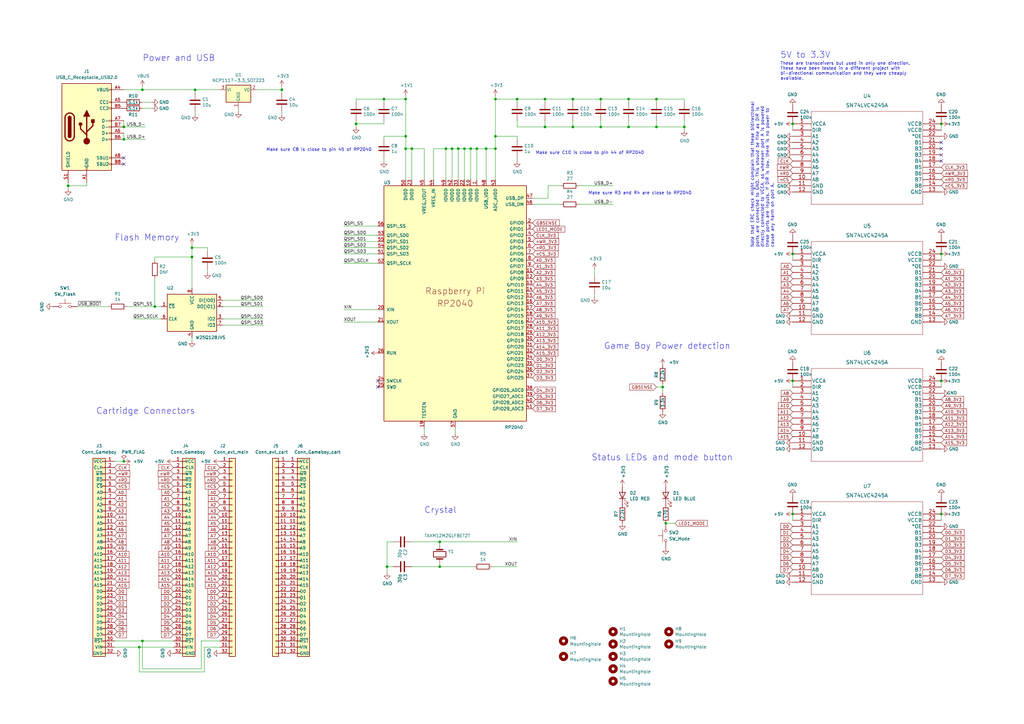
<source format=kicad_sch>
(kicad_sch (version 20230121) (generator eeschema)
  (paper "A3")
  (title_block (title "Game Boy Interceptor") (date "2022-11-17") (rev "REV2") (company "Sebastian Staacks") (comment 1 "Overall design based on the RP2040 Minimal Design Example by Raspberry Pi (Trading) Ltd") (comment 2 "Edge connector by Joonas Javanainen (https://github.com/Gekkio)") (comment 3 "Licence: Creative Commons Attribution 4.0 International (CC-BY 4.0)"))
  (junction (at 246.38 52.07))
  (junction (at 386.08 104.14))
  (junction (at 78.74 105.41))
  (junction (at 180.34 222.25))
  (junction (at 187.96 60.96))
  (junction (at 257.81 40.64))
  (junction (at 246.38 40.64))
  (junction (at 234.95 52.07))
  (junction (at 146.05 50.8))
  (junction (at 325.12 104.14))
  (junction (at 115.57 36.83))
  (junction (at 50.8 57.15))
  (junction (at 199.39 60.96))
  (junction (at 325.12 156.21))
  (junction (at 386.08 210.82))
  (junction (at 63.5 125.73))
  (junction (at 190.5 60.96))
  (junction (at 57.15 265.43))
  (junction (at 325.12 50.8))
  (junction (at 78.74 101.6))
  (junction (at 158.75 232.41))
  (junction (at 203.2 55.88))
  (junction (at 50.8 52.07))
  (junction (at 223.52 52.07))
  (junction (at 166.37 55.88))
  (junction (at 166.37 60.96))
  (junction (at 27.94 76.2))
  (junction (at 212.09 40.64))
  (junction (at 157.48 40.64))
  (junction (at 80.01 36.83))
  (junction (at 271.78 158.75))
  (junction (at 58.42 36.83))
  (junction (at 280.67 52.07))
  (junction (at 182.88 60.96))
  (junction (at 203.2 60.96))
  (junction (at 257.81 52.07))
  (junction (at 269.24 40.64))
  (junction (at 193.04 60.96))
  (junction (at 203.2 40.64))
  (junction (at 50.8 189.23))
  (junction (at 195.58 60.96))
  (junction (at 386.08 156.21))
  (junction (at 223.52 40.64))
  (junction (at 168.91 60.96))
  (junction (at 185.42 60.96))
  (junction (at 166.37 40.64))
  (junction (at 386.08 50.8))
  (junction (at 234.95 40.64))
  (junction (at 269.24 52.07))
  (junction (at 58.42 262.89))
  (junction (at 325.12 210.82))
  (junction (at 180.34 232.41))
  (junction (at 273.05 214.63))
  (no_connect (at 386.08 66.04))
  (no_connect (at 386.08 63.5))
  (no_connect (at 386.08 60.96))
  (no_connect (at 386.08 58.42))
  (no_connect (at 154.94 156.21))
  (no_connect (at 154.94 158.75))
  (no_connect (at 50.8 64.77))
  (no_connect (at 50.8 67.31))
  (wire (pts (xy 63.5 114.3) (xy 63.5 125.73)))
  (wire (pts (xy 193.04 73.66) (xy 193.04 60.96)))
  (wire (pts (xy 269.24 40.64) (xy 280.67 40.64)))
  (wire (pts (xy 140.97 96.52) (xy 154.94 96.52)))
  (wire (pts (xy 158.75 222.25) (xy 158.75 232.41)))
  (wire (pts (xy 180.34 223.52) (xy 180.34 222.25)))
  (wire (pts (xy 85.09 101.6) (xy 78.74 101.6)))
  (wire (pts (xy 190.5 73.66) (xy 190.5 60.96)))
  (wire (pts (xy 269.24 52.07) (xy 257.81 52.07)))
  (wire (pts (xy 115.57 36.83) (xy 115.57 35.56)))
  (wire (pts (xy 218.44 81.28) (xy 224.79 81.28)))
  (wire (pts (xy 97.79 44.45) (xy 97.79 45.72)))
  (wire (pts (xy 182.88 60.96) (xy 185.42 60.96)))
  (wire (pts (xy 57.15 265.43) (xy 71.12 265.43)))
  (wire (pts (xy 273.05 214.63) (xy 276.86 214.63)))
  (wire (pts (xy 58.42 35.56) (xy 58.42 36.83)))
  (wire (pts (xy 157.48 64.77) (xy 157.48 66.04)))
  (wire (pts (xy 63.5 105.41) (xy 78.74 105.41)))
  (wire (pts (xy 168.91 232.41) (xy 180.34 232.41)))
  (wire (pts (xy 195.58 60.96) (xy 195.58 73.66)))
  (wire (pts (xy 187.96 73.66) (xy 187.96 60.96)))
  (wire (pts (xy 212.09 64.77) (xy 212.09 66.04)))
  (wire (pts (xy 166.37 60.96) (xy 166.37 73.66)))
  (wire (pts (xy 168.91 60.96) (xy 166.37 60.96)))
  (wire (pts (xy 257.81 41.91) (xy 257.81 40.64)))
  (wire (pts (xy 386.08 50.8) (xy 386.08 53.34)))
  (wire (pts (xy 203.2 40.64) (xy 212.09 40.64)))
  (wire (pts (xy 154.94 92.71) (xy 140.97 92.71)))
  (wire (pts (xy 154.94 132.08) (xy 140.97 132.08)))
  (wire (pts (xy 85.09 110.49) (xy 85.09 111.76)))
  (wire (pts (xy 243.84 110.49) (xy 243.84 113.03)))
  (wire (pts (xy 193.04 60.96) (xy 195.58 60.96)))
  (wire (pts (xy 83.82 265.43) (xy 83.82 275.59)))
  (wire (pts (xy 50.8 54.61) (xy 50.8 57.15)))
  (wire (pts (xy 63.5 106.68) (xy 63.5 105.41)))
  (wire (pts (xy 115.57 38.1) (xy 115.57 36.83)))
  (wire (pts (xy 146.05 41.91) (xy 146.05 40.64)))
  (wire (pts (xy 57.15 275.59) (xy 57.15 265.43)))
  (wire (pts (xy 161.29 232.41) (xy 158.75 232.41)))
  (wire (pts (xy 27.94 76.2) (xy 27.94 77.47)))
  (wire (pts (xy 173.99 175.26) (xy 173.99 177.8)))
  (wire (pts (xy 257.81 40.64) (xy 269.24 40.64)))
  (wire (pts (xy 54.61 130.81) (xy 66.04 130.81)))
  (wire (pts (xy 186.69 175.26) (xy 186.69 177.8)))
  (wire (pts (xy 27.94 76.2) (xy 35.56 76.2)))
  (wire (pts (xy 91.44 123.19) (xy 107.95 123.19)))
  (wire (pts (xy 90.17 265.43) (xy 83.82 265.43)))
  (wire (pts (xy 115.57 45.72) (xy 115.57 46.99)))
  (wire (pts (xy 224.79 76.2) (xy 229.87 76.2)))
  (wire (pts (xy 44.45 125.73) (xy 31.75 125.73)))
  (wire (pts (xy 168.91 73.66) (xy 168.91 60.96)))
  (wire (pts (xy 158.75 232.41) (xy 158.75 234.95)))
  (wire (pts (xy 91.44 130.81) (xy 107.95 130.81)))
  (wire (pts (xy 58.42 274.32) (xy 58.42 262.89)))
  (wire (pts (xy 180.34 222.25) (xy 212.09 222.25)))
  (wire (pts (xy 212.09 49.53) (xy 212.09 52.07)))
  (wire (pts (xy 50.8 57.15) (xy 59.69 57.15)))
  (wire (pts (xy 386.08 210.82) (xy 386.08 213.36)))
  (wire (pts (xy 203.2 60.96) (xy 203.2 73.66)))
  (wire (pts (xy 246.38 49.53) (xy 246.38 52.07)))
  (wire (pts (xy 168.91 222.25) (xy 180.34 222.25)))
  (wire (pts (xy 82.55 274.32) (xy 58.42 274.32)))
  (wire (pts (xy 203.2 55.88) (xy 212.09 55.88)))
  (wire (pts (xy 146.05 50.8) (xy 146.05 52.07)))
  (wire (pts (xy 203.2 39.37) (xy 203.2 40.64)))
  (wire (pts (xy 180.34 232.41) (xy 194.31 232.41)))
  (wire (pts (xy 58.42 41.91) (xy 62.23 41.91)))
  (wire (pts (xy 166.37 40.64) (xy 166.37 55.88)))
  (wire (pts (xy 82.55 262.89) (xy 82.55 274.32)))
  (wire (pts (xy 50.8 52.07) (xy 59.69 52.07)))
  (wire (pts (xy 140.97 99.06) (xy 154.94 99.06)))
  (wire (pts (xy 269.24 41.91) (xy 269.24 40.64)))
  (wire (pts (xy 271.78 157.48) (xy 271.78 158.75)))
  (wire (pts (xy 177.8 60.96) (xy 182.88 60.96)))
  (wire (pts (xy 52.07 125.73) (xy 63.5 125.73)))
  (wire (pts (xy 78.74 100.33) (xy 78.74 101.6)))
  (wire (pts (xy 223.52 41.91) (xy 223.52 40.64)))
  (wire (pts (xy 161.29 222.25) (xy 158.75 222.25)))
  (wire (pts (xy 146.05 40.64) (xy 157.48 40.64)))
  (wire (pts (xy 177.8 73.66) (xy 177.8 60.96)))
  (wire (pts (xy 90.17 36.83) (xy 80.01 36.83)))
  (wire (pts (xy 182.88 73.66) (xy 182.88 60.96)))
  (wire (pts (xy 257.81 52.07) (xy 246.38 52.07)))
  (wire (pts (xy 46.99 265.43) (xy 57.15 265.43)))
  (wire (pts (xy 212.09 57.15) (xy 212.09 55.88)))
  (wire (pts (xy 173.99 60.96) (xy 168.91 60.96)))
  (wire (pts (xy 257.81 49.53) (xy 257.81 52.07)))
  (wire (pts (xy 269.24 158.75) (xy 271.78 158.75)))
  (wire (pts (xy 140.97 104.14) (xy 154.94 104.14)))
  (wire (pts (xy 83.82 275.59) (xy 57.15 275.59)))
  (wire (pts (xy 234.95 41.91) (xy 234.95 40.64)))
  (wire (pts (xy 78.74 101.6) (xy 78.74 105.41)))
  (wire (pts (xy 166.37 39.37) (xy 166.37 40.64)))
  (wire (pts (xy 234.95 49.53) (xy 234.95 52.07)))
  (wire (pts (xy 58.42 262.89) (xy 71.12 262.89)))
  (wire (pts (xy 58.42 36.83) (xy 80.01 36.83)))
  (wire (pts (xy 212.09 41.91) (xy 212.09 40.64)))
  (wire (pts (xy 173.99 73.66) (xy 173.99 60.96)))
  (wire (pts (xy 185.42 60.96) (xy 187.96 60.96)))
  (wire (pts (xy 195.58 60.96) (xy 199.39 60.96)))
  (wire (pts (xy 280.67 49.53) (xy 280.67 52.07)))
  (wire (pts (xy 91.44 125.73) (xy 107.95 125.73)))
  (wire (pts (xy 280.67 52.07) (xy 280.67 53.34)))
  (wire (pts (xy 85.09 102.87) (xy 85.09 101.6)))
  (wire (pts (xy 199.39 73.66) (xy 199.39 60.96)))
  (wire (pts (xy 223.52 40.64) (xy 234.95 40.64)))
  (wire (pts (xy 146.05 50.8) (xy 157.48 50.8)))
  (wire (pts (xy 246.38 41.91) (xy 246.38 40.64)))
  (wire (pts (xy 154.94 127) (xy 140.97 127)))
  (wire (pts (xy 325.12 50.8) (xy 325.12 53.34)))
  (wire (pts (xy 325.12 104.14) (xy 325.12 106.68)))
  (wire (pts (xy 234.95 52.07) (xy 223.52 52.07)))
  (wire (pts (xy 180.34 231.14) (xy 180.34 232.41)))
  (wire (pts (xy 78.74 138.43) (xy 78.74 139.7)))
  (wire (pts (xy 269.24 49.53) (xy 269.24 52.07)))
  (wire (pts (xy 105.41 36.83) (xy 115.57 36.83)))
  (wire (pts (xy 224.79 76.2) (xy 224.79 81.28)))
  (wire (pts (xy 157.48 57.15) (xy 157.48 55.88)))
  (wire (pts (xy 386.08 156.21) (xy 386.08 158.75)))
  (wire (pts (xy 237.49 76.2) (xy 251.46 76.2)))
  (wire (pts (xy 166.37 55.88) (xy 166.37 60.96)))
  (wire (pts (xy 325.12 156.21) (xy 325.12 158.75)))
  (wire (pts (xy 157.48 41.91) (xy 157.48 40.64)))
  (wire (pts (xy 80.01 38.1) (xy 80.01 36.83)))
  (wire (pts (xy 234.95 40.64) (xy 246.38 40.64)))
  (wire (pts (xy 243.84 120.65) (xy 243.84 121.92)))
  (wire (pts (xy 223.52 52.07) (xy 212.09 52.07)))
  (wire (pts (xy 63.5 125.73) (xy 66.04 125.73)))
  (wire (pts (xy 386.08 104.14) (xy 386.08 106.68)))
  (wire (pts (xy 246.38 52.07) (xy 234.95 52.07)))
  (wire (pts (xy 203.2 55.88) (xy 203.2 60.96)))
  (wire (pts (xy 325.12 210.82) (xy 325.12 213.36)))
  (wire (pts (xy 146.05 49.53) (xy 146.05 50.8)))
  (wire (pts (xy 185.42 73.66) (xy 185.42 60.96)))
  (wire (pts (xy 218.44 83.82) (xy 229.87 83.82)))
  (wire (pts (xy 237.49 83.82) (xy 251.46 83.82)))
  (wire (pts (xy 154.94 107.95) (xy 140.97 107.95)))
  (wire (pts (xy 280.67 41.91) (xy 280.67 40.64)))
  (wire (pts (xy 212.09 40.64) (xy 223.52 40.64)))
  (wire (pts (xy 190.5 60.96) (xy 193.04 60.96)))
  (wire (pts (xy 46.99 262.89) (xy 58.42 262.89)))
  (wire (pts (xy 201.93 232.41) (xy 212.09 232.41)))
  (wire (pts (xy 50.8 49.53) (xy 50.8 52.07)))
  (wire (pts (xy 269.24 52.07) (xy 280.67 52.07)))
  (wire (pts (xy 203.2 40.64) (xy 203.2 55.88)))
  (wire (pts (xy 157.48 40.64) (xy 166.37 40.64)))
  (wire (pts (xy 140.97 101.6) (xy 154.94 101.6)))
  (wire (pts (xy 90.17 262.89) (xy 82.55 262.89)))
  (wire (pts (xy 199.39 60.96) (xy 203.2 60.96)))
  (wire (pts (xy 223.52 49.53) (xy 223.52 52.07)))
  (wire (pts (xy 80.01 45.72) (xy 80.01 46.99)))
  (wire (pts (xy 157.48 50.8) (xy 157.48 49.53)))
  (wire (pts (xy 27.94 74.93) (xy 27.94 76.2)))
  (wire (pts (xy 157.48 55.88) (xy 166.37 55.88)))
  (wire (pts (xy 78.74 105.41) (xy 78.74 118.11)))
  (wire (pts (xy 91.44 133.35) (xy 107.95 133.35)))
  (wire (pts (xy 35.56 76.2) (xy 35.56 74.93)))
  (wire (pts (xy 46.99 189.23) (xy 50.8 189.23)))
  (wire (pts (xy 50.8 36.83) (xy 58.42 36.83)))
  (wire (pts (xy 58.42 44.45) (xy 62.23 44.45)))
  (wire (pts (xy 271.78 158.75) (xy 271.78 161.29)))
  (wire (pts (xy 187.96 60.96) (xy 190.5 60.96)))
  (wire (pts (xy 246.38 40.64) (xy 257.81 40.64)))
  (text "Status LEDs and mode button" (at 242.57 189.23 0) (effects (font (size 2.54 2.54)) (justify left bottom)))
  (text "Make sure R3 and R4 are close to RP2040" (at 241.3 80.01 0) (effects (font (size 1.27 1.27)) (justify left bottom)))
  (text "Note that ERC check might complain that these bidirectional\nports are connected to GND. This should be fine as DIR is\ndirectly connected to VCCA, so whenever port A is powered\nthese ports are inputs. If DIR is low, there is no power to\ncause any harm on port A." (at 317.5 101.6 90) (effects (font (size 1.27 1.27)) (justify left bottom)))
  (text "Flash Memory" (at 46.99 99.06 0) (effects (font (size 2.54 2.54)) (justify left bottom)))
  (text "These are transceivers but used in only one direction.\nThese have been tested in a different project with\nbi-directional communication and they were cheaply\navailable." (at 320.04 33.02 0) (effects (font (size 1.27 1.27)) (justify left bottom)))
  (text "Power and USB" (at 58.42 25.4 0) (effects (font (size 2.54 2.54)) (justify left bottom)))
  (text "Make sure C10 is close to pin 44 of RP2040" (at 219.71 63.5 0) (effects (font (size 1.27 1.27)) (justify left bottom)))
  (text "Crystal" (at 173.99 210.82 0) (effects (font (size 2.54 2.54)) (justify left bottom)))
  (text "Make sure C8 is close to pin 45 of RP2040" (at 109.22 62.23 0) (effects (font (size 1.27 1.27)) (justify left bottom)))
  (text "5V to 3.3V" (at 320.04 24.13 0) (effects (font (size 2.54 2.54)) (justify left bottom)))
  (text "Cartridge Connectors" (at 39.37 170.18 0) (effects (font (size 2.54 2.54)) (justify left bottom)))
  (text "Game Boy Power detection" (at 247.65 143.51 0) (effects (font (size 2.54 2.54)) (justify left bottom)))
  (label "USB_D+" (at 251.46 76.2 180))
  (label "QSPI_SD1" (at 107.95 125.73 180))
  (label "XIN" (at 212.09 222.25 180))
  (label "QSPI_SS" (at 140.97 92.71 0))
  (label "QSPI_SD0" (at 107.95 123.19 180))
  (label "XIN" (at 140.97 127 0))
  (label "QSPI_SD0" (at 140.97 96.52 0))
  (label "XOUT" (at 212.09 232.41 180))
  (label "XOUT" (at 140.97 132.08 0))
  (label "USB_D-" (at 251.46 83.82 180))
  (label "QSPI_SCLK" (at 140.97 107.95 0))
  (label "QSPI_SCLK" (at 54.61 130.81 0))
  (label "QSPI_SD3" (at 140.97 104.14 0))
  (label "USB_D-" (at 59.69 52.07 180))
  (label "QSPI_SD3" (at 107.95 133.35 180))
  (label "QSPI_SD2" (at 107.95 130.81 180))
  (label "QSPI_SD2" (at 140.97 101.6 0))
  (label "~{USB_BOOT}" (at 31.75 125.73 0))
  (label "QSPI_SS" (at 54.61 125.73 0))
  (label "USB_D+" (at 59.69 57.15 180))
  (label "QSPI_SD1" (at 140.97 99.06 0))
  (global_label "D4" (shape input) (at 71.12 252.73 180) (property "Intersheetrefs" "${INTERSHEET_REFS}" (effects hide)) (property "Referenzen zwischen Schaltplänen" "${INTERSHEET_REFS}" (effects hide)))
  (global_label "D6" (shape input) (at 90.17 257.81 180) (property "Intersheetrefs" "${INTERSHEET_REFS}" (effects hide)) (property "Referenzen zwischen Schaltplänen" "${INTERSHEET_REFS}" (effects hide)))
  (global_label "nWR_3V3" (shape input) (at 218.44 99.06 0) (property "Intersheetrefs" "${INTERSHEET_REFS}" (effects hide)) (property "Referenzen zwischen Schaltplänen" "${INTERSHEET_REFS}" (effects hide)))
  (global_label "D3" (shape input) (at 325.12 223.52 180) (property "Intersheetrefs" "${INTERSHEET_REFS}" (effects hide)) (property "Referenzen zwischen Schaltplänen" "${INTERSHEET_REFS}" (effects hide)))
  (global_label "A1" (shape input) (at 71.12 204.47 180) (property "Intersheetrefs" "${INTERSHEET_REFS}" (effects hide)) (property "Referenzen zwischen Schaltplänen" "${INTERSHEET_REFS}" (effects hide)))
  (global_label "nCS" (shape input) (at 71.12 199.39 180) (property "Intersheetrefs" "${INTERSHEET_REFS}" (effects hide)) (property "Referenzen zwischen Schaltplänen" "${INTERSHEET_REFS}" (effects hide)))
  (global_label "GBSENSE" (shape input) (at 269.24 158.75 180) (property "Intersheetrefs" "${INTERSHEET_REFS}" (effects hide)) (property "Referenzen zwischen Schaltplänen" "${INTERSHEET_REFS}" (effects hide)))
  (global_label "D0_3V3" (shape input) (at 218.44 147.32 0) (property "Intersheetrefs" "${INTERSHEET_REFS}" (effects hide)) (property "Referenzen zwischen Schaltplänen" "${INTERSHEET_REFS}" (effects hide)))
  (global_label "nWR" (shape input) (at 90.17 194.31 180) (property "Intersheetrefs" "${INTERSHEET_REFS}" (effects hide)) (property "Referenzen zwischen Schaltplänen" "${INTERSHEET_REFS}" (effects hide)))
  (global_label "D6" (shape input) (at 46.99 257.81 0) (property "Intersheetrefs" "${INTERSHEET_REFS}" (effects hide)) (property "Referenzen zwischen Schaltplänen" "${INTERSHEET_REFS}" (effects hide)))
  (global_label "D6" (shape input) (at 325.12 231.14 180) (property "Intersheetrefs" "${INTERSHEET_REFS}" (effects hide)) (property "Referenzen zwischen Schaltplänen" "${INTERSHEET_REFS}" (effects hide)))
  (global_label "A8_3V3" (shape input) (at 386.08 163.83 0) (property "Intersheetrefs" "${INTERSHEET_REFS}" (effects hide)) (property "Referenzen zwischen Schaltplänen" "${INTERSHEET_REFS}" (effects hide)))
  (global_label "D2" (shape input) (at 71.12 247.65 180) (property "Intersheetrefs" "${INTERSHEET_REFS}" (effects hide)) (property "Referenzen zwischen Schaltplänen" "${INTERSHEET_REFS}" (effects hide)))
  (global_label "A14" (shape input) (at 325.12 176.53 180) (property "Intersheetrefs" "${INTERSHEET_REFS}" (effects hide)) (property "Referenzen zwischen Schaltplänen" "${INTERSHEET_REFS}" (effects hide)))
  (global_label "CLK" (shape input) (at 325.12 66.04 180) (property "Intersheetrefs" "${INTERSHEET_REFS}" (effects hide)) (property "Referenzen zwischen Schaltplänen" "${INTERSHEET_REFS}" (effects hide)))
  (global_label "D5" (shape input) (at 90.17 255.27 180) (property "Intersheetrefs" "${INTERSHEET_REFS}" (effects hide)) (property "Referenzen zwischen Schaltplänen" "${INTERSHEET_REFS}" (effects hide)))
  (global_label "A4_3V3" (shape input) (at 386.08 121.92 0) (property "Intersheetrefs" "${INTERSHEET_REFS}" (effects hide)) (property "Referenzen zwischen Schaltplänen" "${INTERSHEET_REFS}" (effects hide)))
  (global_label "A13" (shape input) (at 90.17 234.95 180) (property "Intersheetrefs" "${INTERSHEET_REFS}" (effects hide)) (property "Referenzen zwischen Schaltplänen" "${INTERSHEET_REFS}" (effects hide)))
  (global_label "A8" (shape input) (at 325.12 161.29 180) (property "Intersheetrefs" "${INTERSHEET_REFS}" (effects hide)) (property "Referenzen zwischen Schaltplänen" "${INTERSHEET_REFS}" (effects hide)))
  (global_label "A8_3V3" (shape input) (at 218.44 127 0) (property "Intersheetrefs" "${INTERSHEET_REFS}" (effects hide)) (property "Referenzen zwischen Schaltplänen" "${INTERSHEET_REFS}" (effects hide)))
  (global_label "A14" (shape input) (at 90.17 237.49 180) (property "Intersheetrefs" "${INTERSHEET_REFS}" (effects hide)) (property "Referenzen zwischen Schaltplänen" "${INTERSHEET_REFS}" (effects hide)))
  (global_label "A2" (shape input) (at 46.99 207.01 0) (property "Intersheetrefs" "${INTERSHEET_REFS}" (effects hide)) (property "Referenzen zwischen Schaltplänen" "${INTERSHEET_REFS}" (effects hide)))
  (global_label "D0" (shape input) (at 71.12 242.57 180) (property "Intersheetrefs" "${INTERSHEET_REFS}" (effects hide)) (property "Referenzen zwischen Schaltplänen" "${INTERSHEET_REFS}" (effects hide)))
  (global_label "A8" (shape input) (at 46.99 222.25 0) (property "Intersheetrefs" "${INTERSHEET_REFS}" (effects hide)) (property "Referenzen zwischen Schaltplänen" "${INTERSHEET_REFS}" (effects hide)))
  (global_label "nCS_3V3" (shape input) (at 386.08 76.2 0) (property "Intersheetrefs" "${INTERSHEET_REFS}" (effects hide)) (property "Referenzen zwischen Schaltplänen" "${INTERSHEET_REFS}" (effects hide)))
  (global_label "CLK_3V3" (shape input) (at 386.08 68.58 0) (property "Intersheetrefs" "${INTERSHEET_REFS}" (effects hide)) (property "Referenzen zwischen Schaltplänen" "${INTERSHEET_REFS}" (effects hide)))
  (global_label "A2" (shape input) (at 71.12 207.01 180) (property "Intersheetrefs" "${INTERSHEET_REFS}" (effects hide)) (property "Referenzen zwischen Schaltplänen" "${INTERSHEET_REFS}" (effects hide)))
  (global_label "D7_3V3" (shape input) (at 218.44 167.64 0) (property "Intersheetrefs" "${INTERSHEET_REFS}" (effects hide)) (property "Referenzen zwischen Schaltplänen" "${INTERSHEET_REFS}" (effects hide)))
  (global_label "A6" (shape input) (at 71.12 217.17 180) (property "Intersheetrefs" "${INTERSHEET_REFS}" (effects hide)) (property "Referenzen zwischen Schaltplänen" "${INTERSHEET_REFS}" (effects hide)))
  (global_label "nWR" (shape input) (at 71.12 194.31 180) (property "Intersheetrefs" "${INTERSHEET_REFS}" (effects hide)) (property "Referenzen zwischen Schaltplänen" "${INTERSHEET_REFS}" (effects hide)))
  (global_label "A14_3V3" (shape input) (at 386.08 179.07 0) (property "Intersheetrefs" "${INTERSHEET_REFS}" (effects hide)) (property "Referenzen zwischen Schaltplänen" "${INTERSHEET_REFS}" (effects hide)))
  (global_label "A4" (shape input) (at 71.12 212.09 180) (property "Intersheetrefs" "${INTERSHEET_REFS}" (effects hide)) (property "Referenzen zwischen Schaltplänen" "${INTERSHEET_REFS}" (effects hide)))
  (global_label "D3_3V3" (shape input) (at 386.08 226.06 0) (property "Intersheetrefs" "${INTERSHEET_REFS}" (effects hide)) (property "Referenzen zwischen Schaltplänen" "${INTERSHEET_REFS}" (effects hide)))
  (global_label "D5" (shape input) (at 46.99 255.27 0) (property "Intersheetrefs" "${INTERSHEET_REFS}" (effects hide)) (property "Referenzen zwischen Schaltplänen" "${INTERSHEET_REFS}" (effects hide)))
  (global_label "A12_3V3" (shape input) (at 386.08 173.99 0) (property "Intersheetrefs" "${INTERSHEET_REFS}" (effects hide)) (property "Referenzen zwischen Schaltplänen" "${INTERSHEET_REFS}" (effects hide)))
  (global_label "A10_3V3" (shape input) (at 218.44 132.08 0) (property "Intersheetrefs" "${INTERSHEET_REFS}" (effects hide)) (property "Referenzen zwischen Schaltplänen" "${INTERSHEET_REFS}" (effects hide)))
  (global_label "CLK" (shape input) (at 90.17 191.77 180) (property "Intersheetrefs" "${INTERSHEET_REFS}" (effects hide)) (property "Referenzen zwischen Schaltplänen" "${INTERSHEET_REFS}" (effects hide)))
  (global_label "D2_3V3" (shape input) (at 386.08 223.52 0) (property "Intersheetrefs" "${INTERSHEET_REFS}" (effects hide)) (property "Referenzen zwischen Schaltplänen" "${INTERSHEET_REFS}" (effects hide)))
  (global_label "A0" (shape input) (at 90.17 201.93 180) (property "Intersheetrefs" "${INTERSHEET_REFS}" (effects hide)) (property "Referenzen zwischen Schaltplänen" "${INTERSHEET_REFS}" (effects hide)))
  (global_label "A7" (shape input) (at 90.17 219.71 180) (property "Intersheetrefs" "${INTERSHEET_REFS}" (effects hide)) (property "Referenzen zwischen Schaltplänen" "${INTERSHEET_REFS}" (effects hide)))
  (global_label "D6" (shape input) (at 71.12 257.81 180) (property "Intersheetrefs" "${INTERSHEET_REFS}" (effects hide)) (property "Referenzen zwischen Schaltplänen" "${INTERSHEET_REFS}" (effects hide)))
  (global_label "D4" (shape input) (at 46.99 252.73 0) (property "Intersheetrefs" "${INTERSHEET_REFS}" (effects hide)) (property "Referenzen zwischen Schaltplänen" "${INTERSHEET_REFS}" (effects hide)))
  (global_label "A8" (shape input) (at 71.12 222.25 180) (property "Intersheetrefs" "${INTERSHEET_REFS}" (effects hide)) (property "Referenzen zwischen Schaltplänen" "${INTERSHEET_REFS}" (effects hide)))
  (global_label "A10" (shape input) (at 46.99 227.33 0) (property "Intersheetrefs" "${INTERSHEET_REFS}" (effects hide)) (property "Referenzen zwischen Schaltplänen" "${INTERSHEET_REFS}" (effects hide)))
  (global_label "A11_3V3" (shape input) (at 218.44 134.62 0) (property "Intersheetrefs" "${INTERSHEET_REFS}" (effects hide)) (property "Referenzen zwischen Schaltplänen" "${INTERSHEET_REFS}" (effects hide)))
  (global_label "A15" (shape input) (at 71.12 240.03 180) (property "Intersheetrefs" "${INTERSHEET_REFS}" (effects hide)) (property "Referenzen zwischen Schaltplänen" "${INTERSHEET_REFS}" (effects hide)))
  (global_label "A9" (shape input) (at 90.17 224.79 180) (property "Intersheetrefs" "${INTERSHEET_REFS}" (effects hide)) (property "Referenzen zwischen Schaltplänen" "${INTERSHEET_REFS}" (effects hide)))
  (global_label "A13" (shape input) (at 325.12 173.99 180) (property "Intersheetrefs" "${INTERSHEET_REFS}" (effects hide)) (property "Referenzen zwischen Schaltplänen" "${INTERSHEET_REFS}" (effects hide)))
  (global_label "A14" (shape input) (at 71.12 237.49 180) (property "Intersheetrefs" "${INTERSHEET_REFS}" (effects hide)) (property "Referenzen zwischen Schaltplänen" "${INTERSHEET_REFS}" (effects hide)))
  (global_label "D4_3V3" (shape input) (at 218.44 160.02 0) (property "Intersheetrefs" "${INTERSHEET_REFS}" (effects hide)) (property "Referenzen zwischen Schaltplänen" "${INTERSHEET_REFS}" (effects hide)))
  (global_label "A2" (shape input) (at 325.12 114.3 180) (property "Intersheetrefs" "${INTERSHEET_REFS}" (effects hide)) (property "Referenzen zwischen Schaltplänen" "${INTERSHEET_REFS}" (effects hide)))
  (global_label "A13_3V3" (shape input) (at 218.44 139.7 0) (property "Intersheetrefs" "${INTERSHEET_REFS}" (effects hide)) (property "Referenzen zwischen Schaltplänen" "${INTERSHEET_REFS}" (effects hide)))
  (global_label "A9" (shape input) (at 325.12 163.83 180) (property "Intersheetrefs" "${INTERSHEET_REFS}" (effects hide)) (property "Referenzen zwischen Schaltplänen" "${INTERSHEET_REFS}" (effects hide)))
  (global_label "nWR_3V3" (shape input) (at 386.08 71.12 0) (property "Intersheetrefs" "${INTERSHEET_REFS}" (effects hide)) (property "Referenzen zwischen Schaltplänen" "${INTERSHEET_REFS}" (effects hide)))
  (global_label "A13" (shape input) (at 46.99 234.95 0) (property "Intersheetrefs" "${INTERSHEET_REFS}" (effects hide)) (property "Referenzen zwischen Schaltplänen" "${INTERSHEET_REFS}" (effects hide)))
  (global_label "D4" (shape input) (at 90.17 252.73 180) (property "Intersheetrefs" "${INTERSHEET_REFS}" (effects hide)) (property "Referenzen zwischen Schaltplänen" "${INTERSHEET_REFS}" (effects hide)))
  (global_label "A6" (shape input) (at 325.12 124.46 180) (property "Intersheetrefs" "${INTERSHEET_REFS}" (effects hide)) (property "Referenzen zwischen Schaltplänen" "${INTERSHEET_REFS}" (effects hide)))
  (global_label "A3" (shape input) (at 325.12 116.84 180) (property "Intersheetrefs" "${INTERSHEET_REFS}" (effects hide)) (property "Referenzen zwischen Schaltplänen" "${INTERSHEET_REFS}" (effects hide)))
  (global_label "A1" (shape input) (at 46.99 204.47 0) (property "Intersheetrefs" "${INTERSHEET_REFS}" (effects hide)) (property "Referenzen zwischen Schaltplänen" "${INTERSHEET_REFS}" (effects hide)))
  (global_label "GBSENSE" (shape input) (at 218.44 91.44 0) (property "Intersheetrefs" "${INTERSHEET_REFS}" (effects hide)) (property "Referenzen zwischen Schaltplänen" "${INTERSHEET_REFS}" (effects hide)))
  (global_label "LED1_MODE" (shape input) (at 276.86 214.63 0) (property "Intersheetrefs" "${INTERSHEET_REFS}" (effects hide)) (property "Referenzen zwischen Schaltplänen" "${INTERSHEET_REFS}" (effects hide)))
  (global_label "D7" (shape input) (at 90.17 260.35 180) (property "Intersheetrefs" "${INTERSHEET_REFS}" (effects hide)) (property "Referenzen zwischen Schaltplänen" "${INTERSHEET_REFS}" (effects hide)))
  (global_label "A13_3V3" (shape input) (at 386.08 176.53 0) (property "Intersheetrefs" "${INTERSHEET_REFS}" (effects hide)) (property "Referenzen zwischen Schaltplänen" "${INTERSHEET_REFS}" (effects hide)))
  (global_label "CLK" (shape input) (at 46.99 191.77 0) (property "Intersheetrefs" "${INTERSHEET_REFS}" (effects hide)) (property "Referenzen zwischen Schaltplänen" "${INTERSHEET_REFS}" (effects hide)))
  (global_label "D0" (shape input) (at 90.17 242.57 180) (property "Intersheetrefs" "${INTERSHEET_REFS}" (effects hide)) (property "Referenzen zwischen Schaltplänen" "${INTERSHEET_REFS}" (effects hide)))
  (global_label "A7" (shape input) (at 71.12 219.71 180) (property "Intersheetrefs" "${INTERSHEET_REFS}" (effects hide)) (property "Referenzen zwischen Schaltplänen" "${INTERSHEET_REFS}" (effects hide)))
  (global_label "nRD" (shape input) (at 325.12 71.12 180) (property "Intersheetrefs" "${INTERSHEET_REFS}" (effects hide)) (property "Referenzen zwischen Schaltplänen" "${INTERSHEET_REFS}" (effects hide)))
  (global_label "D1" (shape input) (at 71.12 245.11 180) (property "Intersheetrefs" "${INTERSHEET_REFS}" (effects hide)) (property "Referenzen zwischen Schaltplänen" "${INTERSHEET_REFS}" (effects hide)))
  (global_label "A11" (shape input) (at 325.12 168.91 180) (property "Intersheetrefs" "${INTERSHEET_REFS}" (effects hide)) (property "Referenzen zwischen Schaltplänen" "${INTERSHEET_REFS}" (effects hide)))
  (global_label "A0" (shape input) (at 46.99 201.93 0) (property "Intersheetrefs" "${INTERSHEET_REFS}" (effects hide)) (property "Referenzen zwischen Schaltplänen" "${INTERSHEET_REFS}" (effects hide)))
  (global_label "A1_3V3" (shape input) (at 386.08 114.3 0) (property "Intersheetrefs" "${INTERSHEET_REFS}" (effects hide)) (property "Referenzen zwischen Schaltplänen" "${INTERSHEET_REFS}" (effects hide)))
  (global_label "D3_3V3" (shape input) (at 218.44 154.94 0) (property "Intersheetrefs" "${INTERSHEET_REFS}" (effects hide)) (property "Referenzen zwischen Schaltplänen" "${INTERSHEET_REFS}" (effects hide)))
  (global_label "D0" (shape input) (at 325.12 215.9 180) (property "Intersheetrefs" "${INTERSHEET_REFS}" (effects hide)) (property "Referenzen zwischen Schaltplänen" "${INTERSHEET_REFS}" (effects hide)))
  (global_label "D3" (shape input) (at 46.99 250.19 0) (property "Intersheetrefs" "${INTERSHEET_REFS}" (effects hide)) (property "Referenzen zwischen Schaltplänen" "${INTERSHEET_REFS}" (effects hide)))
  (global_label "nCS" (shape input) (at 90.17 199.39 180) (property "Intersheetrefs" "${INTERSHEET_REFS}" (effects hide)) (property "Referenzen zwischen Schaltplänen" "${INTERSHEET_REFS}" (effects hide)))
  (global_label "A0" (shape input) (at 71.12 201.93 180) (property "Intersheetrefs" "${INTERSHEET_REFS}" (effects hide)) (property "Referenzen zwischen Schaltplänen" "${INTERSHEET_REFS}" (effects hide)))
  (global_label "nRD_3V3" (shape input) (at 386.08 73.66 0) (property "Intersheetrefs" "${INTERSHEET_REFS}" (effects hide)) (property "Referenzen zwischen Schaltplänen" "${INTERSHEET_REFS}" (effects hide)))
  (global_label "D5_3V3" (shape input) (at 386.08 231.14 0) (property "Intersheetrefs" "${INTERSHEET_REFS}" (effects hide)) (property "Referenzen zwischen Schaltplänen" "${INTERSHEET_REFS}" (effects hide)))
  (global_label "CLK" (shape input) (at 71.12 191.77 180) (property "Intersheetrefs" "${INTERSHEET_REFS}" (effects hide)) (property "Referenzen zwischen Schaltplänen" "${INTERSHEET_REFS}" (effects hide)))
  (global_label "A4_3V3" (shape input) (at 218.44 116.84 0) (property "Intersheetrefs" "${INTERSHEET_REFS}" (effects hide)) (property "Referenzen zwischen Schaltplänen" "${INTERSHEET_REFS}" (effects hide)))
  (global_label "A0_3V3" (shape input) (at 218.44 106.68 0) (property "Intersheetrefs" "${INTERSHEET_REFS}" (effects hide)) (property "Referenzen zwischen Schaltplänen" "${INTERSHEET_REFS}" (effects hide)))
  (global_label "D1_3V3" (shape input) (at 386.08 220.98 0) (property "Intersheetrefs" "${INTERSHEET_REFS}" (effects hide)) (property "Referenzen zwischen Schaltplänen" "${INTERSHEET_REFS}" (effects hide)))
  (global_label "D7" (shape input) (at 325.12 233.68 180) (property "Intersheetrefs" "${INTERSHEET_REFS}" (effects hide)) (property "Referenzen zwischen Schaltplänen" "${INTERSHEET_REFS}" (effects hide)))
  (global_label "A12_3V3" (shape input) (at 218.44 137.16 0) (property "Intersheetrefs" "${INTERSHEET_REFS}" (effects hide)) (property "Referenzen zwischen Schaltplänen" "${INTERSHEET_REFS}" (effects hide)))
  (global_label "A4" (shape input) (at 325.12 119.38 180) (property "Intersheetrefs" "${INTERSHEET_REFS}" (effects hide)) (property "Referenzen zwischen Schaltplänen" "${INTERSHEET_REFS}" (effects hide)))
  (global_label "A1" (shape input) (at 90.17 204.47 180) (property "Intersheetrefs" "${INTERSHEET_REFS}" (effects hide)) (property "Referenzen zwischen Schaltplänen" "${INTERSHEET_REFS}" (effects hide)))
  (global_label "A9_3V3" (shape input) (at 218.44 129.54 0) (property "Intersheetrefs" "${INTERSHEET_REFS}" (effects hide)) (property "Referenzen zwischen Schaltplänen" "${INTERSHEET_REFS}" (effects hide)))
  (global_label "A12" (shape input) (at 325.12 171.45 180) (property "Intersheetrefs" "${INTERSHEET_REFS}" (effects hide)) (property "Referenzen zwischen Schaltplänen" "${INTERSHEET_REFS}" (effects hide)))
  (global_label "A10_3V3" (shape input) (at 386.08 168.91 0) (property "Intersheetrefs" "${INTERSHEET_REFS}" (effects hide)) (property "Referenzen zwischen Schaltplänen" "${INTERSHEET_REFS}" (effects hide)))
  (global_label "A10" (shape input) (at 325.12 166.37 180) (property "Intersheetrefs" "${INTERSHEET_REFS}" (effects hide)) (property "Referenzen zwischen Schaltplänen" "${INTERSHEET_REFS}" (effects hide)))
  (global_label "A11" (shape input) (at 46.99 229.87 0) (property "Intersheetrefs" "${INTERSHEET_REFS}" (effects hide)) (property "Referenzen zwischen Schaltplänen" "${INTERSHEET_REFS}" (effects hide)))
  (global_label "A6_3V3" (shape input) (at 386.08 127 0) (property "Intersheetrefs" "${INTERSHEET_REFS}" (effects hide)) (property "Referenzen zwischen Schaltplänen" "${INTERSHEET_REFS}" (effects hide)))
  (global_label "A7" (shape input) (at 325.12 127 180) (property "Intersheetrefs" "${INTERSHEET_REFS}" (effects hide)) (property "Referenzen zwischen Schaltplänen" "${INTERSHEET_REFS}" (effects hide)))
  (global_label "D0" (shape input) (at 46.99 242.57 0) (property "Intersheetrefs" "${INTERSHEET_REFS}" (effects hide)) (property "Referenzen zwischen Schaltplänen" "${INTERSHEET_REFS}" (effects hide)))
  (global_label "A2_3V3" (shape input) (at 386.08 116.84 0) (property "Intersheetrefs" "${INTERSHEET_REFS}" (effects hide)) (property "Referenzen zwischen Schaltplänen" "${INTERSHEET_REFS}" (effects hide)))
  (global_label "D7_3V3" (shape input) (at 386.08 236.22 0) (property "Intersheetrefs" "${INTERSHEET_REFS}" (effects hide)) (property "Referenzen zwischen Schaltplänen" "${INTERSHEET_REFS}" (effects hide)))
  (global_label "A5" (shape input) (at 90.17 214.63 180) (property "Intersheetrefs" "${INTERSHEET_REFS}" (effects hide)) (property "Referenzen zwischen Schaltplänen" "${INTERSHEET_REFS}" (effects hide)))
  (global_label "A9" (shape input) (at 71.12 224.79 180) (property "Intersheetrefs" "${INTERSHEET_REFS}" (effects hide)) (property "Referenzen zwischen Schaltplänen" "${INTERSHEET_REFS}" (effects hide)))
  (global_label "A2_3V3" (shape input) (at 218.44 111.76 0) (property "Intersheetrefs" "${INTERSHEET_REFS}" (effects hide)) (property "Referenzen zwischen Schaltplänen" "${INTERSHEET_REFS}" (effects hide)))
  (global_label "A6" (shape input) (at 46.99 217.17 0) (property "Intersheetrefs" "${INTERSHEET_REFS}" (effects hide)) (property "Referenzen zwischen Schaltplänen" "${INTERSHEET_REFS}" (effects hide)))
  (global_label "A9" (shape input) (at 46.99 224.79 0) (property "Intersheetrefs" "${INTERSHEET_REFS}" (effects hide)) (property "Referenzen zwischen Schaltplänen" "${INTERSHEET_REFS}" (effects hide)))
  (global_label "A9_3V3" (shape input) (at 386.08 166.37 0) (property "Intersheetrefs" "${INTERSHEET_REFS}" (effects hide)) (property "Referenzen zwischen Schaltplänen" "${INTERSHEET_REFS}" (effects hide)))
  (global_label "A5_3V3" (shape input) (at 218.44 119.38 0) (property "Intersheetrefs" "${INTERSHEET_REFS}" (effects hide)) (property "Referenzen zwischen Schaltplänen" "${INTERSHEET_REFS}" (effects hide)))
  (global_label "D1_3V3" (shape input) (at 218.44 149.86 0) (property "Intersheetrefs" "${INTERSHEET_REFS}" (effects hide)) (property "Referenzen zwischen Schaltplänen" "${INTERSHEET_REFS}" (effects hide)))
  (global_label "A13" (shape input) (at 71.12 234.95 180) (property "Intersheetrefs" "${INTERSHEET_REFS}" (effects hide)) (property "Referenzen zwischen Schaltplänen" "${INTERSHEET_REFS}" (effects hide)))
  (global_label "nRD" (shape input) (at 46.99 196.85 0) (property "Intersheetrefs" "${INTERSHEET_REFS}" (effects hide)) (property "Referenzen zwischen Schaltplänen" "${INTERSHEET_REFS}" (effects hide)))
  (global_label "A0_3V3" (shape input) (at 386.08 111.76 0) (property "Intersheetrefs" "${INTERSHEET_REFS}" (effects hide)) (property "Referenzen zwischen Schaltplänen" "${INTERSHEET_REFS}" (effects hide)))
  (global_label "A5_3V3" (shape input) (at 386.08 124.46 0) (property "Intersheetrefs" "${INTERSHEET_REFS}" (effects hide)) (property "Referenzen zwischen Schaltplänen" "${INTERSHEET_REFS}" (effects hide)))
  (global_label "D7" (shape input) (at 71.12 260.35 180) (property "Intersheetrefs" "${INTERSHEET_REFS}" (effects hide)) (property "Referenzen zwischen Schaltplänen" "${INTERSHEET_REFS}" (effects hide)))
  (global_label "nRD" (shape input) (at 71.12 196.85 180) (property "Intersheetrefs" "${INTERSHEET_REFS}" (effects hide)) (property "Referenzen zwischen Schaltplänen" "${INTERSHEET_REFS}" (effects hide)))
  (global_label "A0" (shape input) (at 325.12 109.22 180) (property "Intersheetrefs" "${INTERSHEET_REFS}" (effects hide)) (property "Referenzen zwischen Schaltplänen" "${INTERSHEET_REFS}" (effects hide)))
  (global_label "A11" (shape input) (at 90.17 229.87 180) (property "Intersheetrefs" "${INTERSHEET_REFS}" (effects hide)) (property "Referenzen zwischen Schaltplänen" "${INTERSHEET_REFS}" (effects hide)))
  (global_label "A10" (shape input) (at 90.17 227.33 180) (property "Intersheetrefs" "${INTERSHEET_REFS}" (effects hide)) (property "Referenzen zwischen Schaltplänen" "${INTERSHEET_REFS}" (effects hide)))
  (global_label "nRD_3V3" (shape input) (at 218.44 101.6 0) (property "Intersheetrefs" "${INTERSHEET_REFS}" (effects hide)) (property "Referenzen zwischen Schaltplänen" "${INTERSHEET_REFS}" (effects hide)))
  (global_label "A6_3V3" (shape input) (at 218.44 121.92 0) (property "Intersheetrefs" "${INTERSHEET_REFS}" (effects hide)) (property "Referenzen zwischen Schaltplänen" "${INTERSHEET_REFS}" (effects hide)))
  (global_label "A7_3V3" (shape input) (at 386.08 129.54 0) (property "Intersheetrefs" "${INTERSHEET_REFS}" (effects hide)) (property "Referenzen zwischen Schaltplänen" "${INTERSHEET_REFS}" (effects hide)))
  (global_label "A15_3V3" (shape input) (at 386.08 181.61 0) (property "Intersheetrefs" "${INTERSHEET_REFS}" (effects hide)) (property "Referenzen zwischen Schaltplänen" "${INTERSHEET_REFS}" (effects hide)))
  (global_label "D1" (shape input) (at 325.12 218.44 180) (property "Intersheetrefs" "${INTERSHEET_REFS}" (effects hide)) (property "Referenzen zwischen Schaltplänen" "${INTERSHEET_REFS}" (effects hide)))
  (global_label "D5" (shape input) (at 325.12 228.6 180) (property "Intersheetrefs" "${INTERSHEET_REFS}" (effects hide)) (property "Referenzen zwischen Schaltplänen" "${INTERSHEET_REFS}" (effects hide)))
  (global_label "D3" (shape input) (at 71.12 250.19 180) (property "Intersheetrefs" "${INTERSHEET_REFS}" (effects hide)) (property "Referenzen zwischen Schaltplänen" "${INTERSHEET_REFS}" (effects hide)))
  (global_label "A2" (shape input) (at 90.17 207.01 180) (property "Intersheetrefs" "${INTERSHEET_REFS}" (effects hide)) (property "Referenzen zwischen Schaltplänen" "${INTERSHEET_REFS}" (effects hide)))
  (global_label "A15" (shape input) (at 46.99 240.03 0) (property "Intersheetrefs" "${INTERSHEET_REFS}" (effects hide)) (property "Referenzen zwischen Schaltplänen" "${INTERSHEET_REFS}" (effects hide)))
  (global_label "D2" (shape input) (at 90.17 247.65 180) (property "Intersheetrefs" "${INTERSHEET_REFS}" (effects hide)) (property "Referenzen zwischen Schaltplänen" "${INTERSHEET_REFS}" (effects hide)))
  (global_label "nRD" (shape input) (at 90.17 196.85 180) (property "Intersheetrefs" "${INTERSHEET_REFS}" (effects hide)) (property "Referenzen zwischen Schaltplänen" "${INTERSHEET_REFS}" (effects hide)))
  (global_label "D5_3V3" (shape input) (at 218.44 162.56 0) (property "Intersheetrefs" "${INTERSHEET_REFS}" (effects hide)) (property "Referenzen zwischen Schaltplänen" "${INTERSHEET_REFS}" (effects hide)))
  (global_label "nWR" (shape input) (at 325.12 68.58 180) (property "Intersheetrefs" "${INTERSHEET_REFS}" (effects hide)) (property "Referenzen zwischen Schaltplänen" "${INTERSHEET_REFS}" (effects hide)))
  (global_label "D0_3V3" (shape input) (at 386.08 218.44 0) (property "Intersheetrefs" "${INTERSHEET_REFS}" (effects hide)) (property "Referenzen zwischen Schaltplänen" "${INTERSHEET_REFS}" (effects hide)))
  (global_label "nCS" (shape input) (at 46.99 199.39 0) (property "Intersheetrefs" "${INTERSHEET_REFS}" (effects hide)) (property "Referenzen zwischen Schaltplänen" "${INTERSHEET_REFS}" (effects hide)))
  (global_label "D2" (shape input) (at 46.99 247.65 0) (property "Intersheetrefs" "${INTERSHEET_REFS}" (effects hide)) (property "Referenzen zwischen Schaltplänen" "${INTERSHEET_REFS}" (effects hide)))
  (global_label "A12" (shape input) (at 71.12 232.41 180) (property "Intersheetrefs" "${INTERSHEET_REFS}" (effects hide)) (property "Referenzen zwischen Schaltplänen" "${INTERSHEET_REFS}" (effects hide)))
  (global_label "A11" (shape input) (at 71.12 229.87 180) (property "Intersheetrefs" "${INTERSHEET_REFS}" (effects hide)) (property "Referenzen zwischen Schaltplänen" "${INTERSHEET_REFS}" (effects hide)))
  (global_label "A15" (shape input) (at 325.12 179.07 180) (property "Intersheetrefs" "${INTERSHEET_REFS}" (effects hide)) (property "Referenzen zwischen Schaltplänen" "${INTERSHEET_REFS}" (effects hide)))
  (global_label "A7_3V3" (shape input) (at 218.44 124.46 0) (property "Intersheetrefs" "${INTERSHEET_REFS}" (effects hide)) (property "Referenzen zwischen Schaltplänen" "${INTERSHEET_REFS}" (effects hide)))
  (global_label "A12" (shape input) (at 90.17 232.41 180) (property "Intersheetrefs" "${INTERSHEET_REFS}" (effects hide)) (property "Referenzen zwischen Schaltplänen" "${INTERSHEET_REFS}" (effects hide)))
  (global_label "A10" (shape input) (at 71.12 227.33 180) (property "Intersheetrefs" "${INTERSHEET_REFS}" (effects hide)) (property "Referenzen zwischen Schaltplänen" "${INTERSHEET_REFS}" (effects hide)))
  (global_label "LED1_MODE" (shape input) (at 218.44 93.98 0) (property "Intersheetrefs" "${INTERSHEET_REFS}" (effects hide)) (property "Referenzen zwischen Schaltplänen" "${INTERSHEET_REFS}" (effects hide)))
  (global_label "A11_3V3" (shape input) (at 386.08 171.45 0) (property "Intersheetrefs" "${INTERSHEET_REFS}" (effects hide)) (property "Referenzen zwischen Schaltplänen" "${INTERSHEET_REFS}" (effects hide)))
  (global_label "nCS_3V3" (shape input) (at 218.44 104.14 0) (property "Intersheetrefs" "${INTERSHEET_REFS}" (effects hide)) (property "Referenzen zwischen Schaltplänen" "${INTERSHEET_REFS}" (effects hide)))
  (global_label "D4_3V3" (shape input) (at 386.08 228.6 0) (property "Intersheetrefs" "${INTERSHEET_REFS}" (effects hide)) (property "Referenzen zwischen Schaltplänen" "${INTERSHEET_REFS}" (effects hide)))
  (global_label "nCS" (shape input) (at 325.12 73.66 180) (property "Intersheetrefs" "${INTERSHEET_REFS}" (effects hide)) (property "Referenzen zwischen Schaltplänen" "${INTERSHEET_REFS}" (effects hide)))
  (global_label "A3" (shape input) (at 46.99 209.55 0) (property "Intersheetrefs" "${INTERSHEET_REFS}" (effects hide)) (property "Referenzen zwischen Schaltplänen" "${INTERSHEET_REFS}" (effects hide)))
  (global_label "A7" (shape input) (at 46.99 219.71 0) (property "Intersheetrefs" "${INTERSHEET_REFS}" (effects hide)) (property "Referenzen zwischen Schaltplänen" "${INTERSHEET_REFS}" (effects hide)))
  (global_label "A3" (shape input) (at 90.17 209.55 180) (property "Intersheetrefs" "${INTERSHEET_REFS}" (effects hide)) (property "Referenzen zwischen Schaltplänen" "${INTERSHEET_REFS}" (effects hide)))
  (global_label "A4" (shape input) (at 46.99 212.09 0) (property "Intersheetrefs" "${INTERSHEET_REFS}" (effects hide)) (property "Referenzen zwischen Schaltplänen" "${INTERSHEET_REFS}" (effects hide)))
  (global_label "CLK_3V3" (shape input) (at 218.44 96.52 0) (property "Intersheetrefs" "${INTERSHEET_REFS}" (effects hide)) (property "Referenzen zwischen Schaltplänen" "${INTERSHEET_REFS}" (effects hide)))
  (global_label "A6" (shape input) (at 90.17 217.17 180) (property "Intersheetrefs" "${INTERSHEET_REFS}" (effects hide)) (property "Referenzen zwischen Schaltplänen" "${INTERSHEET_REFS}" (effects hide)))
  (global_label "A5" (shape input) (at 71.12 214.63 180) (property "Intersheetrefs" "${INTERSHEET_REFS}" (effects hide)) (property "Referenzen zwischen Schaltplänen" "${INTERSHEET_REFS}" (effects hide)))
  (global_label "nWR" (shape input) (at 46.99 194.31 0) (property "Intersheetrefs" "${INTERSHEET_REFS}" (effects hide)) (property "Referenzen zwischen Schaltplänen" "${INTERSHEET_REFS}" (effects hide)))
  (global_label "D5" (shape input) (at 71.12 255.27 180) (property "Intersheetrefs" "${INTERSHEET_REFS}" (effects hide)) (property "Referenzen zwischen Schaltplänen" "${INTERSHEET_REFS}" (effects hide)))
  (global_label "A14" (shape input) (at 46.99 237.49 0) (property "Intersheetrefs" "${INTERSHEET_REFS}" (effects hide)) (property "Referenzen zwischen Schaltplänen" "${INTERSHEET_REFS}" (effects hide)))
  (global_label "D4" (shape input) (at 325.12 226.06 180) (property "Intersheetrefs" "${INTERSHEET_REFS}" (effects hide)) (property "Referenzen zwischen Schaltplänen" "${INTERSHEET_REFS}" (effects hide)))
  (global_label "D6_3V3" (shape input) (at 386.08 233.68 0) (property "Intersheetrefs" "${INTERSHEET_REFS}" (effects hide)) (property "Referenzen zwischen Schaltplänen" "${INTERSHEET_REFS}" (effects hide)))
  (global_label "D2_3V3" (shape input) (at 218.44 152.4 0) (property "Intersheetrefs" "${INTERSHEET_REFS}" (effects hide)) (property "Referenzen zwischen Schaltplänen" "${INTERSHEET_REFS}" (effects hide)))
  (global_label "A5" (shape input) (at 46.99 214.63 0) (property "Intersheetrefs" "${INTERSHEET_REFS}" (effects hide)) (property "Referenzen zwischen Schaltplänen" "${INTERSHEET_REFS}" (effects hide)))
  (global_label "A3" (shape input) (at 71.12 209.55 180) (property "Intersheetrefs" "${INTERSHEET_REFS}" (effects hide)) (property "Referenzen zwischen Schaltplänen" "${INTERSHEET_REFS}" (effects hide)))
  (global_label "A8" (shape input) (at 90.17 222.25 180) (property "Intersheetrefs" "${INTERSHEET_REFS}" (effects hide)) (property "Referenzen zwischen Schaltplänen" "${INTERSHEET_REFS}" (effects hide)))
  (global_label "A15_3V3" (shape input) (at 218.44 144.78 0) (property "Intersheetrefs" "${INTERSHEET_REFS}" (effects hide)) (property "Referenzen zwischen Schaltplänen" "${INTERSHEET_REFS}" (effects hide)))
  (global_label "A15" (shape input) (at 90.17 240.03 180) (property "Intersheetrefs" "${INTERSHEET_REFS}" (effects hide)) (property "Referenzen zwischen Schaltplänen" "${INTERSHEET_REFS}" (effects hide)))
  (global_label "A1_3V3" (shape input) (at 218.44 109.22 0) (property "Intersheetrefs" "${INTERSHEET_REFS}" (effects hide)) (property "Referenzen zwischen Schaltplänen" "${INTERSHEET_REFS}" (effects hide)))
  (global_label "A5" (shape input) (at 325.12 121.92 180) (property "Intersheetrefs" "${INTERSHEET_REFS}" (effects hide)) (property "Referenzen zwischen Schaltplänen" "${INTERSHEET_REFS}" (effects hide)))
  (global_label "D1" (shape input) (at 46.99 245.11 0) (property "Intersheetrefs" "${INTERSHEET_REFS}" (effects hide)) (property "Referenzen zwischen Schaltplänen" "${INTERSHEET_REFS}" (effects hide)))
  (global_label "D3" (shape input) (at 90.17 250.19 180) (property "Intersheetrefs" "${INTERSHEET_REFS}" (effects hide)) (property "Referenzen zwischen Schaltplänen" "${INTERSHEET_REFS}" (effects hide)))
  (global_label "D6_3V3" (shape input) (at 218.44 165.1 0) (property "Intersheetrefs" "${INTERSHEET_REFS}" (effects hide)) (property "Referenzen zwischen Schaltplänen" "${INTERSHEET_REFS}" (effects hide)))
  (global_label "D7" (shape input) (at 46.99 260.35 0) (property "Intersheetrefs" "${INTERSHEET_REFS}" (effects hide)) (property "Referenzen zwischen Schaltplänen" "${INTERSHEET_REFS}" (effects hide)))
  (global_label "A14_3V3" (shape input) (at 218.44 142.24 0) (property "Intersheetrefs" "${INTERSHEET_REFS}" (effects hide)) (property "Referenzen zwischen Schaltplänen" "${INTERSHEET_REFS}" (effects hide)))
  (global_label "D2" (shape input) (at 325.12 220.98 180) (property "Intersheetrefs" "${INTERSHEET_REFS}" (effects hide)) (property "Referenzen zwischen Schaltplänen" "${INTERSHEET_REFS}" (effects hide)))
  (global_label "A3_3V3" (shape input) (at 386.08 119.38 0) (property "Intersheetrefs" "${INTERSHEET_REFS}" (effects hide)) (property "Referenzen zwischen Schaltplänen" "${INTERSHEET_REFS}" (effects hide)))
  (global_label "A3_3V3" (shape input) (at 218.44 114.3 0) (property "Intersheetrefs" "${INTERSHEET_REFS}" (effects hide)) (property "Referenzen zwischen Schaltplänen" "${INTERSHEET_REFS}" (effects hide)))
  (global_label "D1" (shape input) (at 90.17 245.11 180) (property "Intersheetrefs" "${INTERSHEET_REFS}" (effects hide)) (property "Referenzen zwischen Schaltplänen" "${INTERSHEET_REFS}" (effects hide)))
  (global_label "A4" (shape input) (at 90.17 212.09 180) (property "Intersheetrefs" "${INTERSHEET_REFS}" (effects hide)) (property "Referenzen zwischen Schaltplänen" "${INTERSHEET_REFS}" (effects hide)))
  (global_label "A1" (shape input) (at 325.12 111.76 180) (property "Intersheetrefs" "${INTERSHEET_REFS}" (effects hide)) (property "Referenzen zwischen Schaltplänen" "${INTERSHEET_REFS}" (effects hide)))
  (global_label "A12" (shape input) (at 46.99 232.41 0) (property "Intersheetrefs" "${INTERSHEET_REFS}" (effects hide)) (property "Referenzen zwischen Schaltplänen" "${INTERSHEET_REFS}" (effects hide)))
  (symbol (lib_id "MCU_RaspberryPi_RP2040:RP2040") (at 186.69 124.46 0) (unit 1)
    (property "Reference" "U3" (at 158.75 74.93 0))
    (property "Value" "RP2040" (at 210.82 175.26 0))
    (property "Footprint" "RP2040_minimal:RP2040-QFN-56" (effects hide))
    (property "LCSC" "C2040" (effects hide))
  )
  (symbol (lib_id "Memory_Flash:W25Q128JVS") (at 78.74 128.27 0) (unit 1)
    (property "Reference" "U2" (at 69.85 118.11 0))
    (property "Value" "W25Q128JVS" (at 86.36 138.43 0))
    (property "Footprint" "Package_SO:SOIC-8_5.23x5.23mm_P1.27mm" (effects hide))
    (property "Datasheet" "http://www.winbond.com/resource-files/w25q128jv_dtr%20revc%2003272018%20plus.pdf" (effects hide))
    (property "LCSC" "C97521" (effects hide))
  )
  (symbol (lib_id "power:+3V3") (at 78.74 100.33 0) (unit 1)
    (property "Reference" "#PWR07" (effects hide))
    (property "Value" "+3V3" (at 79.121 95.9358 0))
  )
  (symbol (lib_id "power:GND") (at 78.74 139.7 0) (unit 1)
    (property "Reference" "#PWR08" (effects hide))
    (property "Value" "GND" (at 74.93 140.97 0))
  )
  (symbol (lib_id "Device:R") (at 63.5 110.49 0) (unit 1) (in_bom no)
    (property "Reference" "R2" (at 65.278 109.3216 0) (effects (justify left)))
    (property "Value" "DNF" (at 65.278 111.633 0) (effects (justify left)))
    (property "Footprint" "Resistor_SMD:R_0402_1005Metric" (effects hide))
  )
  (symbol (lib_id "Device:R") (at 48.26 125.73 270) (unit 1)
    (property "Reference" "R1" (at 48.26 120.4722 90))
    (property "Value" "1k" (at 48.26 122.7836 90))
    (property "Footprint" "Resistor_SMD:R_0402_1005Metric" (effects hide))
    (property "LCSC" "C11702" (effects hide))
  )
  (symbol (lib_id "Device:C") (at 85.09 106.68 0) (unit 1)
    (property "Reference" "C5" (at 88.011 105.5116 0) (effects (justify left)))
    (property "Value" "100n" (at 88.011 107.823 0) (effects (justify left)))
    (property "Footprint" "Capacitor_SMD:C_0402_1005Metric" (effects hide))
    (property "LCSC" "C1525" (effects hide))
  )
  (symbol (lib_id "power:GND") (at 85.09 111.76 0) (unit 1)
    (property "Reference" "#PWR011" (effects hide))
    (property "Value" "GND" (at 88.9 113.03 0))
  )
  (symbol (lib_id "power:GND") (at 186.69 177.8 0) (unit 1)
    (property "Reference" "#PWR016" (effects hide))
    (property "Value" "GND" (at 186.817 182.1942 0))
  )
  (symbol (lib_id "power:GND") (at 173.99 177.8 0) (unit 1)
    (property "Reference" "#PWR015" (effects hide))
    (property "Value" "GND" (at 174.117 182.1942 0))
  )
  (symbol (lib_id "Device:R") (at 233.68 76.2 270) (unit 1)
    (property "Reference" "R3" (at 233.68 70.9422 90))
    (property "Value" "27" (at 233.68 73.2536 90))
    (property "Footprint" "Resistor_SMD:R_0402_1005Metric" (effects hide))
    (property "LCSC" "C25100" (effects hide))
  )
  (symbol (lib_id "Device:R") (at 233.68 83.82 270) (unit 1)
    (property "Reference" "R4" (at 233.68 78.5622 90))
    (property "Value" "27" (at 233.68 80.8736 90))
    (property "Footprint" "Resistor_SMD:R_0402_1005Metric" (effects hide))
    (property "LCSC" "C25100" (effects hide))
  )
  (symbol (lib_id "power:GND") (at 27.94 77.47 0) (unit 1)
    (property "Reference" "#PWR01" (effects hide))
    (property "Value" "GND" (at 28.067 81.8642 0))
  )
  (symbol (lib_id "power:+3V3") (at 203.2 39.37 0) (unit 1)
    (property "Reference" "#PWR017" (effects hide))
    (property "Value" "+3V3" (at 203.581 34.9758 0))
  )
  (symbol (lib_id "power:+1V1") (at 166.37 39.37 0) (unit 1)
    (property "Reference" "#PWR014" (effects hide))
    (property "Value" "+1V1" (at 166.751 34.9758 0))
  )
  (symbol (lib_id "Device:C") (at 212.09 45.72 0) (unit 1)
    (property "Reference" "C9" (at 215.011 44.5516 0) (effects (justify left)))
    (property "Value" "100n" (at 215.011 46.863 0) (effects (justify left)))
    (property "Footprint" "Capacitor_SMD:C_0402_1005Metric" (effects hide))
    (property "LCSC" "C1525" (effects hide))
  )
  (symbol (lib_id "Device:C") (at 223.52 45.72 0) (unit 1)
    (property "Reference" "C11" (at 226.441 44.5516 0) (effects (justify left)))
    (property "Value" "100n" (at 226.441 46.863 0) (effects (justify left)))
    (property "Footprint" "Capacitor_SMD:C_0402_1005Metric" (effects hide))
    (property "LCSC" "C1525" (effects hide))
  )
  (symbol (lib_id "Device:C") (at 234.95 45.72 0) (unit 1)
    (property "Reference" "C12" (at 237.871 44.5516 0) (effects (justify left)))
    (property "Value" "100n" (at 237.871 46.863 0) (effects (justify left)))
    (property "Footprint" "Capacitor_SMD:C_0402_1005Metric" (effects hide))
    (property "LCSC" "C1525" (effects hide))
  )
  (symbol (lib_id "Device:C") (at 246.38 45.72 0) (unit 1)
    (property "Reference" "C13" (at 249.301 44.5516 0) (effects (justify left)))
    (property "Value" "100n" (at 249.301 46.863 0) (effects (justify left)))
    (property "Footprint" "Capacitor_SMD:C_0402_1005Metric" (effects hide))
    (property "LCSC" "C1525" (effects hide))
  )
  (symbol (lib_id "Device:C") (at 257.81 45.72 0) (unit 1)
    (property "Reference" "C14" (at 260.731 44.5516 0) (effects (justify left)))
    (property "Value" "100n" (at 260.731 46.863 0) (effects (justify left)))
    (property "Footprint" "Capacitor_SMD:C_0402_1005Metric" (effects hide))
    (property "LCSC" "C1525" (effects hide))
  )
  (symbol (lib_id "Device:C") (at 269.24 45.72 0) (unit 1)
    (property "Reference" "C15" (at 272.161 44.5516 0) (effects (justify left)))
    (property "Value" "100n" (at 272.161 46.863 0) (effects (justify left)))
    (property "Footprint" "Capacitor_SMD:C_0402_1005Metric" (effects hide))
    (property "LCSC" "C1525" (effects hide))
  )
  (symbol (lib_id "Device:C") (at 280.67 45.72 0) (unit 1)
    (property "Reference" "C16" (at 283.591 44.5516 0) (effects (justify left)))
    (property "Value" "100n" (at 283.591 46.863 0) (effects (justify left)))
    (property "Footprint" "Capacitor_SMD:C_0402_1005Metric" (effects hide))
    (property "LCSC" "C1525" (effects hide))
  )
  (symbol (lib_id "Device:C") (at 146.05 45.72 0) (unit 1)
    (property "Reference" "C6" (at 148.971 44.5516 0) (effects (justify left)))
    (property "Value" "100n" (at 148.971 46.863 0) (effects (justify left)))
    (property "Footprint" "Capacitor_SMD:C_0402_1005Metric" (effects hide))
    (property "LCSC" "C1525" (effects hide))
  )
  (symbol (lib_id "Device:C") (at 157.48 45.72 0) (unit 1)
    (property "Reference" "C7" (at 160.401 44.5516 0) (effects (justify left)))
    (property "Value" "100n" (at 160.401 46.863 0) (effects (justify left)))
    (property "Footprint" "Capacitor_SMD:C_0402_1005Metric" (effects hide))
    (property "LCSC" "C1525" (effects hide))
  )
  (symbol (lib_id "Device:C") (at 157.48 60.96 0) (unit 1)
    (property "Reference" "C8" (at 160.401 59.7916 0) (effects (justify left)))
    (property "Value" "1u" (at 160.401 62.103 0) (effects (justify left)))
    (property "Footprint" "Capacitor_SMD:C_0402_1005Metric" (effects hide))
    (property "LCSC" "C52923" (effects hide))
  )
  (symbol (lib_id "Device:C") (at 212.09 60.96 0) (unit 1)
    (property "Reference" "C10" (at 215.011 59.7916 0) (effects (justify left)))
    (property "Value" "1u" (at 215.011 62.103 0) (effects (justify left)))
    (property "Footprint" "Capacitor_SMD:C_0402_1005Metric" (effects hide))
    (property "LCSC" "C52923" (effects hide))
  )
  (symbol (lib_id "Mechanical:MountingHole") (at 251.46 259.08 0) (unit 1) (in_bom no)
    (property "Reference" "H1" (at 254 257.9116 0) (effects (justify left)))
    (property "Value" "MountingHole" (at 254 260.223 0) (effects (justify left)))
    (property "Footprint" "MountingHole:MountingHole_2.7mm_M2.5" (effects hide))
  )
  (symbol (lib_id "Mechanical:MountingHole") (at 251.46 264.16 0) (unit 1) (in_bom no)
    (property "Reference" "H2" (at 254 262.9916 0) (effects (justify left)))
    (property "Value" "MountingHole" (at 254 265.303 0) (effects (justify left)))
    (property "Footprint" "MountingHole:MountingHole_2.7mm_M2.5" (effects hide))
  )
  (symbol (lib_id "Mechanical:MountingHole") (at 251.46 269.24 0) (unit 1) (in_bom no)
    (property "Reference" "H3" (at 254 268.0716 0) (effects (justify left)))
    (property "Value" "MountingHole" (at 254 270.383 0) (effects (justify left)))
    (property "Footprint" "MountingHole:MountingHole_2.7mm_M2.5" (effects hide))
  )
  (symbol (lib_id "Mechanical:MountingHole") (at 251.46 274.32 0) (unit 1) (in_bom no)
    (property "Reference" "H4" (at 254 273.1516 0) (effects (justify left)))
    (property "Value" "MountingHole" (at 254 275.463 0) (effects (justify left)))
    (property "Footprint" "MountingHole:MountingHole_2.7mm_M2.5" (effects hide))
  )
  (symbol (lib_id "power:GND") (at 280.67 53.34 0) (unit 1)
    (property "Reference" "#PWR023" (effects hide))
    (property "Value" "GND" (at 280.797 57.7342 0))
  )
  (symbol (lib_id "power:GND") (at 146.05 52.07 0) (unit 1)
    (property "Reference" "#PWR012" (effects hide))
    (property "Value" "GND" (at 146.177 56.4642 0))
  )
  (symbol (lib_id "power:GND") (at 157.48 66.04 0) (unit 1)
    (property "Reference" "#PWR013" (effects hide))
    (property "Value" "GND" (at 157.607 70.4342 0))
  )
  (symbol (lib_id "power:GND") (at 212.09 66.04 0) (unit 1)
    (property "Reference" "#PWR018" (effects hide))
    (property "Value" "GND" (at 212.217 70.4342 0))
  )
  (symbol (lib_id "Regulator_Linear:NCP1117-3.3_SOT223") (at 97.79 36.83 0) (unit 1)
    (property "Reference" "U1" (at 97.79 30.6832 0))
    (property "Value" "NCP1117-3.3_SOT223" (at 97.79 32.9946 0))
    (property "Footprint" "Package_TO_SOT_SMD:SOT-223-3_TabPin2" (effects hide))
    (property "Datasheet" "http://www.onsemi.com/pub_link/Collateral/NCP1117-D.PDF" (effects hide))
    (property "LCSC" "C146799" (effects hide))
  )
  (symbol (lib_id "power:VBUS") (at 58.42 35.56 0) (unit 1)
    (property "Reference" "#PWR03" (effects hide))
    (property "Value" "VBUS" (at 58.801 31.1658 0))
  )
  (symbol (lib_id "power:GND") (at 97.79 45.72 0) (unit 1)
    (property "Reference" "#PWR05" (effects hide))
    (property "Value" "GND" (at 93.98 46.99 0))
  )
  (symbol (lib_id "power:+3V3") (at 115.57 35.56 0) (unit 1)
    (property "Reference" "#PWR09" (effects hide))
    (property "Value" "+3V3" (at 115.951 31.1658 0))
  )
  (symbol (lib_id "Device:C") (at 80.01 41.91 0) (unit 1)
    (property "Reference" "C1" (at 82.931 40.7416 0) (effects (justify left)))
    (property "Value" "10u" (at 82.931 43.053 0) (effects (justify left)))
    (property "Footprint" "Capacitor_SMD:C_0805_2012Metric" (effects hide))
    (property "LCSC" "C440198" (effects hide))
  )
  (symbol (lib_id "Device:C") (at 115.57 41.91 0) (unit 1)
    (property "Reference" "C4" (at 118.491 40.7416 0) (effects (justify left)))
    (property "Value" "10u" (at 118.491 43.053 0) (effects (justify left)))
    (property "Footprint" "Capacitor_SMD:C_0805_2012Metric" (effects hide))
    (property "LCSC" "C440198" (effects hide))
  )
  (symbol (lib_id "power:GND") (at 80.01 46.99 0) (unit 1)
    (property "Reference" "#PWR04" (effects hide))
    (property "Value" "GND" (at 76.2 48.26 0))
  )
  (symbol (lib_id "power:GND") (at 115.57 46.99 0) (unit 1)
    (property "Reference" "#PWR010" (effects hide))
    (property "Value" "GND" (at 111.76 48.26 0))
  )
  (symbol (lib_id "power:+3V3") (at 243.84 110.49 0) (unit 1)
    (property "Reference" "#PWR024" (effects hide))
    (property "Value" "+3V3" (at 244.221 106.0958 0))
  )
  (symbol (lib_id "Device:C") (at 243.84 116.84 0) (unit 1)
    (property "Reference" "C17" (at 246.761 115.6716 0) (effects (justify left)))
    (property "Value" "10u" (at 246.761 117.983 0) (effects (justify left)))
    (property "Footprint" "Capacitor_SMD:C_0805_2012Metric" (effects hide))
    (property "LCSC" "C440198" (effects hide))
  )
  (symbol (lib_id "power:GND") (at 243.84 121.92 0) (unit 1)
    (property "Reference" "#PWR025" (effects hide))
    (property "Value" "GND" (at 240.03 123.19 0))
  )
  (symbol (lib_id "power:GND") (at 21.59 125.73 270) (unit 1)
    (property "Reference" "#PWR02" (effects hide))
    (property "Value" "GND" (at 17.1958 125.857 0))
  )
  (symbol (lib_id "power:GND") (at 71.12 267.97 270) (mirror x) (unit 1)
    (property "Reference" "#PWR0142" (effects hide))
    (property "Value" "GND" (at 66.7258 267.843 0))
  )
  (symbol (lib_id "Device:LED") (at 273.05 203.2 90) (unit 1)
    (property "Reference" "D1" (at 276.0218 202.2094 90) (effects (justify right)))
    (property "Value" "LED BLUE" (at 276.0218 204.5208 90) (effects (justify right)))
    (property "Footprint" "LED_SMD:LED_1206_3216Metric" (effects hide))
    (property "LCSC" "C130717" (effects hide))
  )
  (symbol (lib_id "power:+5V") (at 325.12 210.82 90) (unit 1)
    (property "Reference" "#PWR0123" (effects hide))
    (property "Value" "+5V" (at 321.31 210.8199 90) (effects (justify left)))
  )
  (symbol (lib_id "power:GND") (at 325.12 129.54 270) (unit 1)
    (property "Reference" "#PWR0102" (effects hide))
    (property "Value" "GND" (at 320.04 129.54 90))
  )
  (symbol (lib_id "power:GND") (at 325.12 76.2 270) (unit 1)
    (property "Reference" "#PWR0106" (effects hide))
    (property "Value" "GND" (at 320.7258 76.327 90))
  )
  (symbol (lib_id "Mechanical:MountingHole") (at 274.32 264.16 0) (unit 1) (in_bom no)
    (property "Reference" "H9" (at 276.86 262.9916 0) (effects (justify left)))
    (property "Value" "MountingHole" (at 276.86 265.303 0) (effects (justify left)))
    (property "Footprint" "MountingHole:MountingHole_2.7mm_M2.5" (effects hide))
  )
  (symbol (lib_id "Device:Crystal") (at 180.34 227.33 270) (unit 1)
    (property "Reference" "Y1" (at 183.6674 226.1616 90) (effects (justify left)))
    (property "Value" "TAXM12M2GLFBET2T" (at 173.99 219.71 90) (effects (justify left)))
    (property "Footprint" "RP2040_minimal:Crystal_SMD_HC49-US" (effects hide))
    (property "LCSC" "C111117" (effects hide))
  )
  (symbol (lib_id "power:+5V") (at 325.12 156.21 90) (unit 1)
    (property "Reference" "#PWR0122" (effects hide))
    (property "Value" "+5V" (at 321.31 156.2099 90) (effects (justify left)))
  )
  (symbol (lib_id "Device:R") (at 54.61 44.45 270) (unit 1)
    (property "Reference" "R11" (at 54.61 46.99 90))
    (property "Value" "5.1k" (at 54.61 44.45 90))
    (property "Footprint" "Resistor_SMD:R_0402_1005Metric" (effects hide))
    (property "LCSC" "C25905" (effects hide))
  )
  (symbol (lib_id "SN74LVC4245APWR:SN74LVC4245APWR") (at 325.12 156.21 0) (unit 1)
    (property "Reference" "U6" (at 355.6 144.78 0) (effects (font (size 1.524 1.524))))
    (property "Value" "SN74LVC4245A" (at 355.6 148.59 0) (effects (font (size 1.524 1.524))))
    (property "Footprint" "gb-stream-cart:SN74LVC4245APWR" (effects hide))
    (property "LCSC" "C7859" (effects hide))
  )
  (symbol (lib_id "power:GND") (at 46.99 267.97 90) (unit 1)
    (property "Reference" "#PWR0114" (effects hide))
    (property "Value" "GND" (at 51.3842 267.843 0))
  )
  (symbol (lib_id "power:GND") (at 325.12 55.88 270) (unit 1)
    (property "Reference" "#PWR0136" (effects hide))
    (property "Value" "GND" (at 320.7258 56.007 90))
  )
  (symbol (lib_id "Mechanical:MountingHole") (at 231.14 269.24 0) (unit 1) (in_bom no)
    (property "Reference" "H7" (at 233.68 267.9699 0) (effects (justify left)))
    (property "Value" "MountingHole" (at 233.68 270.5099 0) (effects (justify left)))
    (property "Footprint" "MountingHole:MountingHole_2.2mm_M2" (effects hide))
  )
  (symbol (lib_id "Device:R") (at 198.12 232.41 270) (unit 1)
    (property "Reference" "R5" (at 198.12 227.1522 90))
    (property "Value" "1k" (at 198.12 229.4636 90))
    (property "Footprint" "Resistor_SMD:R_0402_1005Metric" (effects hide))
    (property "LCSC" "C11702" (effects hide))
  )
  (symbol (lib_id "power:PWR_FLAG") (at 50.8 189.23 0) (unit 1)
    (property "Reference" "#FLG0101" (effects hide))
    (property "Value" "PWR_FLAG" (at 54.61 185.42 0))
  )
  (symbol (lib_id "power:+3V3") (at 154.94 144.78 90) (unit 1)
    (property "Reference" "#PWR0135" (effects hide))
    (property "Value" "+3V3" (at 150.5458 144.399 0))
  )
  (symbol (lib_id "Device:C") (at 165.1 222.25 270) (unit 1)
    (property "Reference" "C2" (at 166.2684 225.171 0) (effects (justify left)))
    (property "Value" "30p" (at 163.957 225.171 0) (effects (justify left)))
    (property "Footprint" "Capacitor_SMD:C_0402_1005Metric" (effects hide))
    (property "LCSC" "C1570" (effects hide))
  )
  (symbol (lib_id "power:GND") (at 386.08 215.9 90) (unit 1)
    (property "Reference" "#PWR0115" (effects hide))
    (property "Value" "GND" (at 391.16 215.9 90))
  )
  (symbol (lib_id "Device:LED") (at 255.27 203.2 90) (unit 1)
    (property "Reference" "D2" (at 258.2418 202.2094 90) (effects (justify right)))
    (property "Value" "LED RED" (at 258.2418 204.5208 90) (effects (justify right)))
    (property "Footprint" "LED_SMD:LED_1206_3216Metric" (effects hide))
    (property "LCSC" "C84270" (effects hide))
  )
  (symbol (lib_id "power:GND") (at 62.23 44.45 90) (unit 1)
    (property "Reference" "#PWR022" (effects hide))
    (property "Value" "GND" (at 67.31 44.45 90))
  )
  (symbol (lib_id "power:+5V") (at 71.12 189.23 90) (mirror x) (unit 1)
    (property "Reference" "#PWR0143" (effects hide))
    (property "Value" "+5V" (at 67.31 189.2299 90) (effects (justify left)))
  )
  (symbol (lib_id "power:GND") (at 325.12 203.2 180) (unit 1)
    (property "Reference" "#PWR0124" (effects hide))
    (property "Value" "GND" (at 324.993 198.8058 0))
  )
  (symbol (lib_id "power:+3V3") (at 386.08 156.21 270) (unit 1)
    (property "Reference" "#PWR0117" (effects hide))
    (property "Value" "+3V3" (at 391.16 156.21 90))
  )
  (symbol (lib_id "power:GND") (at 386.08 43.18 180) (unit 1)
    (property "Reference" "#PWR0129" (effects hide))
    (property "Value" "GND" (at 385.953 38.7858 0))
  )
  (symbol (lib_id "Device:C") (at 386.08 152.4 0) (unit 1)
    (property "Reference" "C22" (at 389.001 151.2316 0) (effects (justify left)))
    (property "Value" "100n" (at 389.001 153.543 0) (effects (justify left)))
    (property "Footprint" "Capacitor_SMD:C_0402_1005Metric" (effects hide))
    (property "LCSC" "C1525" (effects hide))
  )
  (symbol (lib_id "power:GND") (at 386.08 203.2 180) (unit 1)
    (property "Reference" "#PWR0120" (effects hide))
    (property "Value" "GND" (at 385.953 198.8058 0))
  )
  (symbol (lib_id "Device:C") (at 386.08 207.01 0) (unit 1)
    (property "Reference" "C23" (at 389.001 205.8416 0) (effects (justify left)))
    (property "Value" "100n" (at 389.001 208.153 0) (effects (justify left)))
    (property "Footprint" "Capacitor_SMD:C_0402_1005Metric" (effects hide))
    (property "LCSC" "C1525" (effects hide))
  )
  (symbol (lib_id "power:GND") (at 325.12 58.42 270) (unit 1)
    (property "Reference" "#PWR0137" (effects hide))
    (property "Value" "GND" (at 320.7258 58.547 90))
  )
  (symbol (lib_id "Device:R") (at 54.61 41.91 270) (unit 1)
    (property "Reference" "R10" (at 54.61 39.37 90))
    (property "Value" "5.1k" (at 54.61 41.91 90))
    (property "Footprint" "Resistor_SMD:R_0402_1005Metric" (effects hide))
    (property "LCSC" "C25905" (effects hide))
  )
  (symbol (lib_id "SN74LVC4245APWR:SN74LVC4245APWR") (at 325.12 50.8 0) (unit 1)
    (property "Reference" "U4" (at 355.6 39.37 0) (effects (font (size 1.524 1.524))))
    (property "Value" "SN74LVC4245A" (at 355.6 43.18 0) (effects (font (size 1.524 1.524))))
    (property "Footprint" "gb-stream-cart:SN74LVC4245APWR" (effects hide))
    (property "LCSC" "C7859" (effects hide))
  )
  (symbol (lib_id "SN74LVC4245APWR:SN74LVC4245APWR") (at 325.12 210.82 0) (unit 1)
    (property "Reference" "U7" (at 355.6 199.39 0) (effects (font (size 1.524 1.524))))
    (property "Value" "SN74LVC4245A" (at 355.6 203.2 0) (effects (font (size 1.524 1.524))))
    (property "Footprint" "gb-stream-cart:SN74LVC4245APWR" (effects hide))
    (property "LCSC" "C7859" (effects hide))
  )
  (symbol (lib_id "power:+3V3") (at 386.08 210.82 270) (unit 1)
    (property "Reference" "#PWR0119" (effects hide))
    (property "Value" "+3V3" (at 391.16 210.82 90))
  )
  (symbol (lib_id "power:+5V") (at 90.17 189.23 90) (mirror x) (unit 1)
    (property "Reference" "#PWR026" (effects hide))
    (property "Value" "+5V" (at 86.36 189.2299 90) (effects (justify left)))
  )
  (symbol (lib_id "Mechanical:MountingHole") (at 274.32 259.08 0) (unit 1) (in_bom no)
    (property "Reference" "H8" (at 276.86 257.9116 0) (effects (justify left)))
    (property "Value" "MountingHole" (at 276.86 260.223 0) (effects (justify left)))
    (property "Footprint" "MountingHole:MountingHole_2.7mm_M2.5" (effects hide))
  )
  (symbol (lib_id "Device:R") (at 255.27 210.82 0) (unit 1)
    (property "Reference" "R7" (at 252.73 210.82 90))
    (property "Value" "2.2k" (at 255.27 210.82 90))
    (property "Footprint" "Resistor_SMD:R_0402_1005Metric" (effects hide))
    (property "LCSC" "C25879" (effects hide))
  )
  (symbol (lib_id "Mechanical:MountingHole") (at 231.14 262.89 0) (unit 1) (in_bom no)
    (property "Reference" "H6" (at 233.68 261.6199 0) (effects (justify left)))
    (property "Value" "MountingHole" (at 233.68 264.1599 0) (effects (justify left)))
    (property "Footprint" "MountingHole:MountingHole_8.4mm_M8" (effects hide))
  )
  (symbol (lib_id "Device:C") (at 325.12 46.99 0) (unit 1)
    (property "Reference" "C24" (at 328.041 45.8216 0) (effects (justify left)))
    (property "Value" "100n" (at 328.041 48.133 0) (effects (justify left)))
    (property "Footprint" "Capacitor_SMD:C_0402_1005Metric" (effects hide))
    (property "LCSC" "C1525" (effects hide))
  )
  (symbol (lib_id "power:+5V") (at 271.78 149.86 0) (unit 1)
    (property "Reference" "#PWR019" (effects hide))
    (property "Value" "+5V" (at 274.32 148.5899 0) (effects (justify left)))
  )
  (symbol (lib_id "Device:C") (at 386.08 100.33 0) (unit 1)
    (property "Reference" "C21" (at 389.001 99.1616 0) (effects (justify left)))
    (property "Value" "100n" (at 389.001 101.473 0) (effects (justify left)))
    (property "Footprint" "Capacitor_SMD:C_0402_1005Metric" (effects hide))
    (property "LCSC" "C1525" (effects hide))
  )
  (symbol (lib_id "power:GND") (at 325.12 236.22 270) (unit 1)
    (property "Reference" "#PWR0111" (effects hide))
    (property "Value" "GND" (at 320.04 236.22 90))
  )
  (symbol (lib_id "Connector_Generic:Conn_01x32") (at 95.25 227.33 0) (unit 1) (in_bom no)
    (property "Reference" "J2" (at 90.17 182.88 0) (effects (justify left)))
    (property "Value" "Conn_ext_main" (at 87.63 185.42 0) (effects (justify left)))
    (property "Footprint" "Connector_PinHeader_2.54mm:PinHeader_2x16_P2.54mm_Horizontal" (effects hide))
  )
  (symbol (lib_id "power:+3V3") (at 386.08 50.8 270) (unit 1)
    (property "Reference" "#PWR0128" (effects hide))
    (property "Value" "+3V3" (at 391.16 50.8 90))
  )
  (symbol (lib_id "power:GND") (at 325.12 148.59 180) (unit 1)
    (property "Reference" "#PWR0121" (effects hide))
    (property "Value" "GND" (at 324.993 144.1958 0))
  )
  (symbol (lib_id "Switch:SW_Push") (at 273.05 219.71 90) (unit 1)
    (property "Reference" "SW2" (at 274.32 218.4399 90) (effects (justify right)))
    (property "Value" "SW_Mode" (at 274.32 220.9799 90) (effects (justify right)))
    (property "Footprint" "Button_Switch_SMD:SW_Push_1P1T-SH_NO_CK_KMR2xxG" (effects hide))
    (property "LCSC" "C72443" (effects hide))
  )
  (symbol (lib_id "power:GND") (at 271.78 168.91 0) (unit 1)
    (property "Reference" "#PWR020" (effects hide))
    (property "Value" "GND" (at 271.907 173.3042 0))
  )
  (symbol (lib_id "Device:R") (at 271.78 165.1 0) (unit 1)
    (property "Reference" "R9" (at 269.24 165.1 90))
    (property "Value" "3.3k" (at 271.78 165.1 90))
    (property "Footprint" "Resistor_SMD:R_0402_1005Metric" (effects hide))
    (property "LCSC" "C25890" (effects hide))
  )
  (symbol (lib_id "power:GND") (at 386.08 96.52 180) (unit 1)
    (property "Reference" "#PWR0132" (effects hide))
    (property "Value" "GND" (at 385.953 92.1258 0))
  )
  (symbol (lib_id "Connector:USB_C_Receptacle_USB2.0") (at 35.56 52.07 0) (unit 1)
    (property "Reference" "J1" (at 35.56 29.21 0))
    (property "Value" "USB_C_Receptacle_USB2.0" (at 35.56 31.75 0))
    (property "Footprint" "Connector_USB:USB_C_Receptacle_HRO_TYPE-C-31-M-12" (effects hide))
    (property "Datasheet" "https://www.usb.org/sites/default/files/documents/usb_type-c.zip" (effects hide))
    (property "LCSC" "C165948" (effects hide))
  )
  (symbol (lib_id "power:GND") (at 325.12 43.18 180) (unit 1)
    (property "Reference" "#PWR0125" (effects hide))
    (property "Value" "GND" (at 324.993 38.7858 0))
  )
  (symbol (lib_id "power:GND") (at 255.27 214.63 0) (unit 1)
    (property "Reference" "#PWR06" (effects hide))
    (property "Value" "GND" (at 255.397 219.0242 0))
  )
  (symbol (lib_id "power:GND") (at 325.12 63.5 270) (unit 1)
    (property "Reference" "#PWR0139" (effects hide))
    (property "Value" "GND" (at 320.7258 63.627 90))
  )
  (symbol (lib_id "power:GND") (at 386.08 132.08 90) (unit 1)
    (property "Reference" "#PWR0103" (effects hide))
    (property "Value" "GND" (at 391.16 132.08 90))
  )
  (symbol (lib_id "power:GND") (at 325.12 184.15 270) (unit 1)
    (property "Reference" "#PWR0108" (effects hide))
    (property "Value" "GND" (at 320.04 184.15 90))
  )
  (symbol (lib_id "power:+3V3") (at 255.27 199.39 0) (unit 1)
    (property "Reference" "#PWR0140" (effects hide))
    (property "Value" "+3V3" (at 255.651 196.1388 90) (effects (justify left)))
  )
  (symbol (lib_id "Device:C") (at 325.12 207.01 0) (unit 1)
    (property "Reference" "C19" (at 328.041 205.8416 0) (effects (justify left)))
    (property "Value" "100n" (at 328.041 208.153 0) (effects (justify left)))
    (property "Footprint" "Capacitor_SMD:C_0402_1005Metric" (effects hide))
    (property "LCSC" "C1525" (effects hide))
  )
  (symbol (lib_id "Device:C") (at 325.12 152.4 0) (unit 1)
    (property "Reference" "C18" (at 328.041 151.2316 0) (effects (justify left)))
    (property "Value" "100n" (at 328.041 153.543 0) (effects (justify left)))
    (property "Footprint" "Capacitor_SMD:C_0402_1005Metric" (effects hide))
    (property "LCSC" "C1525" (effects hide))
  )
  (symbol (lib_id "power:GND") (at 386.08 238.76 90) (unit 1)
    (property "Reference" "#PWR0112" (effects hide))
    (property "Value" "GND" (at 391.16 238.76 90))
  )
  (symbol (lib_id "power:GND") (at 386.08 148.59 180) (unit 1)
    (property "Reference" "#PWR0118" (effects hide))
    (property "Value" "GND" (at 385.953 144.1958 0))
  )
  (symbol (lib_id "power:+5V") (at 325.12 50.8 90) (unit 1)
    (property "Reference" "#PWR0126" (effects hide))
    (property "Value" "+5V" (at 321.31 50.7999 90) (effects (justify left)))
  )
  (symbol (lib_id "Device:R") (at 271.78 153.67 0) (unit 1)
    (property "Reference" "R8" (at 269.24 153.67 90))
    (property "Value" "2.2k" (at 271.78 153.67 90))
    (property "Footprint" "Resistor_SMD:R_0402_1005Metric" (effects hide))
    (property "LCSC" "C25879" (effects hide))
  )
  (symbol (lib_id "power:GND") (at 90.17 267.97 270) (mirror x) (unit 1)
    (property "Reference" "#PWR027" (effects hide))
    (property "Value" "GND" (at 85.7758 267.843 0))
  )
  (symbol (lib_id "gb-connector:Conn_Gameboy") (at 41.91 227.33 0) (mirror y) (unit 1) (in_bom no)
    (property "Reference" "J3" (at 40.64 182.88 0))
    (property "Value" "Conn_Gameboy" (at 40.64 185.42 0))
    (property "Footprint" "gb-stream-cart:cartridge_PCBedge" (effects hide))
  )
  (symbol (lib_id "power:GND") (at 386.08 184.15 90) (unit 1)
    (property "Reference" "#PWR0107" (effects hide))
    (property "Value" "GND" (at 391.16 184.15 90))
  )
  (symbol (lib_id "Device:C") (at 325.12 100.33 0) (unit 1)
    (property "Reference" "C25" (at 328.041 99.1616 0) (effects (justify left)))
    (property "Value" "100n" (at 328.041 101.473 0) (effects (justify left)))
    (property "Footprint" "Capacitor_SMD:C_0402_1005Metric" (effects hide))
    (property "LCSC" "C1525" (effects hide))
  )
  (symbol (lib_id "Device:R") (at 273.05 210.82 0) (unit 1)
    (property "Reference" "R6" (at 270.51 210.82 90))
    (property "Value" "470" (at 273.05 210.82 90))
    (property "Footprint" "Resistor_SMD:R_0402_1005Metric" (effects hide))
    (property "LCSC" "C25117" (effects hide))
  )
  (symbol (lib_id "gb-connector:Conn_Gameboy") (at 123.19 227.33 0) (unit 1) (in_bom no)
    (property "Reference" "J6" (at 121.92 182.88 0) (effects (justify left)))
    (property "Value" "Conn_Gameboy_cart" (at 120.65 185.42 0) (effects (justify left)))
    (property "Footprint" "gb-stream-cart:cartridge-slot" (effects hide))
  )
  (symbol (lib_id "power:+5V") (at 50.8 189.23 270) (unit 1)
    (property "Reference" "#PWR0113" (effects hide))
    (property "Value" "+5V" (at 54.61 189.2299 90) (effects (justify left)))
  )
  (symbol (lib_id "SN74LVC4245APWR:SN74LVC4245APWR") (at 325.12 104.14 0) (unit 1)
    (property "Reference" "U5" (at 355.6 92.71 0) (effects (font (size 1.524 1.524))))
    (property "Value" "SN74LVC4245A" (at 355.6 96.52 0) (effects (font (size 1.524 1.524))))
    (property "Footprint" "gb-stream-cart:SN74LVC4245APWR" (effects hide))
    (property "LCSC" "C7859" (effects hide))
  )
  (symbol (lib_id "power:GND") (at 325.12 238.76 270) (unit 1)
    (property "Reference" "#PWR0110" (effects hide))
    (property "Value" "GND" (at 320.04 238.76 90))
  )
  (symbol (lib_id "power:GND") (at 325.12 96.52 180) (unit 1)
    (property "Reference" "#PWR0134" (effects hide))
    (property "Value" "GND" (at 324.993 92.1258 0))
  )
  (symbol (lib_id "power:GND") (at 386.08 109.22 90) (unit 1)
    (property "Reference" "#PWR0127" (effects hide))
    (property "Value" "GND" (at 391.16 109.22 90))
  )
  (symbol (lib_id "power:GND") (at 325.12 78.74 270) (unit 1)
    (property "Reference" "#PWR0105" (effects hide))
    (property "Value" "GND" (at 320.7258 78.867 90))
  )
  (symbol (lib_id "power:GND") (at 62.23 41.91 90) (unit 1)
    (property "Reference" "#PWR021" (effects hide))
    (property "Value" "GND" (at 67.31 41.91 90))
  )
  (symbol (lib_id "Device:C") (at 386.08 46.99 0) (unit 1)
    (property "Reference" "C20" (at 389.001 45.8216 0) (effects (justify left)))
    (property "Value" "100n" (at 389.001 48.133 0) (effects (justify left)))
    (property "Footprint" "Capacitor_SMD:C_0402_1005Metric" (effects hide))
    (property "LCSC" "C1525" (effects hide))
  )
  (symbol (lib_id "power:GND") (at 325.12 181.61 270) (unit 1)
    (property "Reference" "#PWR0109" (effects hide))
    (property "Value" "GND" (at 320.04 181.61 90))
  )
  (symbol (lib_id "power:GND") (at 386.08 55.88 90) (unit 1)
    (property "Reference" "#PWR0130" (effects hide))
    (property "Value" "GND" (at 391.16 55.88 90))
  )
  (symbol (lib_id "power:+3V3") (at 386.08 104.14 270) (unit 1)
    (property "Reference" "#PWR0131" (effects hide))
    (property "Value" "+3V3" (at 391.16 104.14 90))
  )
  (symbol (lib_id "power:GND") (at 273.05 224.79 0) (unit 1)
    (property "Reference" "#PWR0145" (effects hide))
    (property "Value" "GND" (at 273.177 229.1842 0))
  )
  (symbol (lib_id "Mechanical:MountingHole") (at 251.46 279.4 0) (unit 1) (in_bom no)
    (property "Reference" "H5" (at 254 278.2316 0) (effects (justify left)))
    (property "Value" "MountingHole" (at 254 280.543 0) (effects (justify left)))
    (property "Footprint" "MountingHole:MountingHole_2.7mm_M2.5" (effects hide))
  )
  (symbol (lib_id "power:GND") (at 386.08 161.29 90) (unit 1)
    (property "Reference" "#PWR0116" (effects hide))
    (property "Value" "GND" (at 390.4742 161.163 90))
  )
  (symbol (lib_id "power:GND") (at 158.75 234.95 0) (unit 1)
    (property "Reference" "#PWR0144" (effects hide))
    (property "Value" "GND" (at 158.877 239.3442 0))
  )
  (symbol (lib_id "Connector_Generic:Conn_01x32") (at 113.03 227.33 0) (mirror y) (unit 1) (in_bom no)
    (property "Reference" "J5" (at 114.3 182.88 0) (effects (justify left)))
    (property "Value" "Conn_ext_cart" (at 118.11 185.42 0) (effects (justify left)))
    (property "Footprint" "Connector_PinHeader_2.54mm:PinHeader_2x16_P2.54mm_Horizontal" (effects hide))
  )
  (symbol (lib_id "power:+5V") (at 325.12 104.14 90) (unit 1)
    (property "Reference" "#PWR0133" (effects hide))
    (property "Value" "+5V" (at 321.31 104.1399 90) (effects (justify left)))
  )
  (symbol (lib_id "Switch:SW_Push") (at 26.67 125.73 0) (unit 1)
    (property "Reference" "SW1" (at 26.67 118.11 0))
    (property "Value" "SW_Flash" (at 26.67 120.65 0))
    (property "Footprint" "Button_Switch_SMD:SW_Push_1P1T-SH_NO_CK_KMR2xxG" (effects hide))
    (property "LCSC" "C72443" (effects hide))
  )
  (symbol (lib_id "power:GND") (at 386.08 78.74 90) (unit 1)
    (property "Reference" "#PWR0104" (effects hide))
    (property "Value" "GND" (at 391.16 78.74 90))
  )
  (symbol (lib_id "power:+3V3") (at 273.05 199.39 0) (unit 1)
    (property "Reference" "#PWR0141" (effects hide))
    (property "Value" "+3V3" (at 273.431 196.1388 90) (effects (justify left)))
  )
  (symbol (lib_id "Device:C") (at 165.1 232.41 270) (unit 1)
    (property "Reference" "C3" (at 166.2684 235.331 0) (effects (justify left)))
    (property "Value" "30p" (at 163.957 235.331 0) (effects (justify left)))
    (property "Footprint" "Capacitor_SMD:C_0402_1005Metric" (effects hide))
    (property "LCSC" "C1570" (effects hide))
  )
  (symbol (lib_id "gb-connector:Conn_Gameboy") (at 76.2 227.33 0) (unit 1) (in_bom no)
    (property "Reference" "J4" (at 74.93 182.88 0) (effects (justify left)))
    (property "Value" "Conn_Gameboy" (at 69.85 185.4199 0) (effects (justify left)))
    (property "Footprint" "gb-stream-cart:cartridge-slot" (effects hide))
  )
  (symbol (lib_id "power:GND") (at 325.12 60.96 270) (unit 1)
    (property "Reference" "#PWR0138" (effects hide))
    (property "Value" "GND" (at 320.7258 61.087 90))
  )
  (symbol (lib_id "power:GND") (at 325.12 132.08 270) (unit 1)
    (property "Reference" "#PWR0101" (effects hide))
    (property "Value" "GND" (at 320.04 132.08 90))
  )
)
</source>
